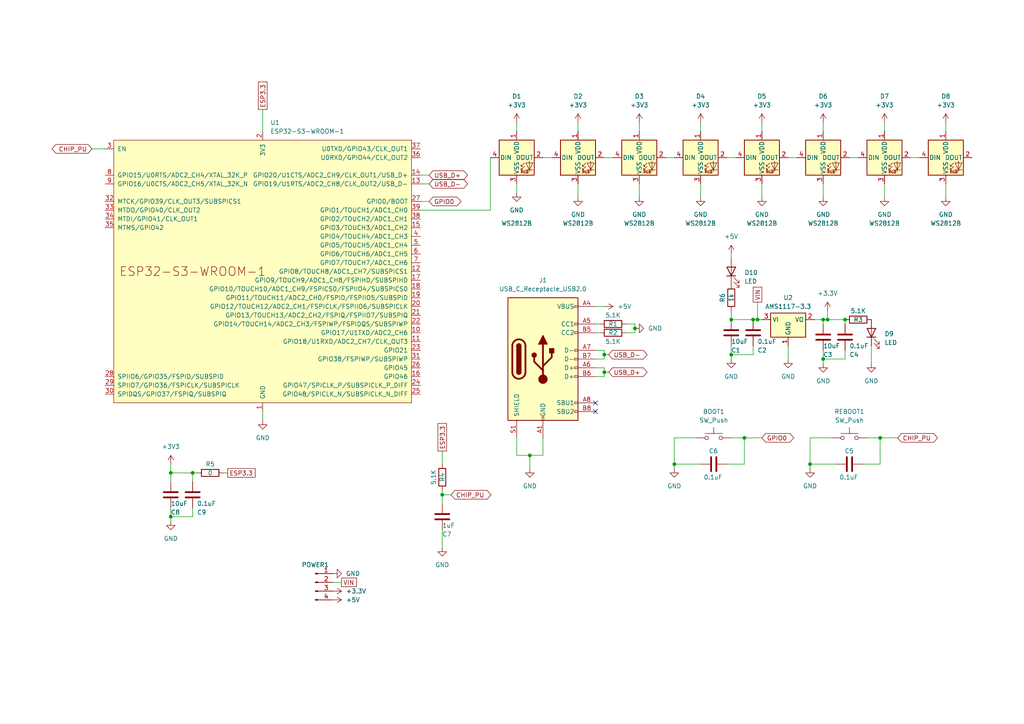
<source format=kicad_sch>
(kicad_sch (version 20230121) (generator eeschema)

  (uuid c5db02cc-2630-4189-88fb-6f8a4913e5bf)

  (paper "A4")

  (lib_symbols
    (symbol "Connector:Conn_01x04_Pin" (pin_names (offset 1.016) hide) (in_bom yes) (on_board yes)
      (property "Reference" "J" (at 0 5.08 0)
        (effects (font (size 1.27 1.27)))
      )
      (property "Value" "Conn_01x04_Pin" (at 0 -7.62 0)
        (effects (font (size 1.27 1.27)))
      )
      (property "Footprint" "" (at 0 0 0)
        (effects (font (size 1.27 1.27)) hide)
      )
      (property "Datasheet" "~" (at 0 0 0)
        (effects (font (size 1.27 1.27)) hide)
      )
      (property "ki_locked" "" (at 0 0 0)
        (effects (font (size 1.27 1.27)))
      )
      (property "ki_keywords" "connector" (at 0 0 0)
        (effects (font (size 1.27 1.27)) hide)
      )
      (property "ki_description" "Generic connector, single row, 01x04, script generated" (at 0 0 0)
        (effects (font (size 1.27 1.27)) hide)
      )
      (property "ki_fp_filters" "Connector*:*_1x??_*" (at 0 0 0)
        (effects (font (size 1.27 1.27)) hide)
      )
      (symbol "Conn_01x04_Pin_1_1"
        (polyline
          (pts
            (xy 1.27 -5.08)
            (xy 0.8636 -5.08)
          )
          (stroke (width 0.1524) (type default))
          (fill (type none))
        )
        (polyline
          (pts
            (xy 1.27 -2.54)
            (xy 0.8636 -2.54)
          )
          (stroke (width 0.1524) (type default))
          (fill (type none))
        )
        (polyline
          (pts
            (xy 1.27 0)
            (xy 0.8636 0)
          )
          (stroke (width 0.1524) (type default))
          (fill (type none))
        )
        (polyline
          (pts
            (xy 1.27 2.54)
            (xy 0.8636 2.54)
          )
          (stroke (width 0.1524) (type default))
          (fill (type none))
        )
        (rectangle (start 0.8636 -4.953) (end 0 -5.207)
          (stroke (width 0.1524) (type default))
          (fill (type outline))
        )
        (rectangle (start 0.8636 -2.413) (end 0 -2.667)
          (stroke (width 0.1524) (type default))
          (fill (type outline))
        )
        (rectangle (start 0.8636 0.127) (end 0 -0.127)
          (stroke (width 0.1524) (type default))
          (fill (type outline))
        )
        (rectangle (start 0.8636 2.667) (end 0 2.413)
          (stroke (width 0.1524) (type default))
          (fill (type outline))
        )
        (pin passive line (at 5.08 2.54 180) (length 3.81)
          (name "Pin_1" (effects (font (size 1.27 1.27))))
          (number "1" (effects (font (size 1.27 1.27))))
        )
        (pin passive line (at 5.08 0 180) (length 3.81)
          (name "Pin_2" (effects (font (size 1.27 1.27))))
          (number "2" (effects (font (size 1.27 1.27))))
        )
        (pin passive line (at 5.08 -2.54 180) (length 3.81)
          (name "Pin_3" (effects (font (size 1.27 1.27))))
          (number "3" (effects (font (size 1.27 1.27))))
        )
        (pin passive line (at 5.08 -5.08 180) (length 3.81)
          (name "Pin_4" (effects (font (size 1.27 1.27))))
          (number "4" (effects (font (size 1.27 1.27))))
        )
      )
    )
    (symbol "Connector:USB_C_Receptacle_USB2.0" (pin_names (offset 1.016)) (in_bom yes) (on_board yes)
      (property "Reference" "J" (at -10.16 19.05 0)
        (effects (font (size 1.27 1.27)) (justify left))
      )
      (property "Value" "USB_C_Receptacle_USB2.0" (at 19.05 19.05 0)
        (effects (font (size 1.27 1.27)) (justify right))
      )
      (property "Footprint" "" (at 3.81 0 0)
        (effects (font (size 1.27 1.27)) hide)
      )
      (property "Datasheet" "https://www.usb.org/sites/default/files/documents/usb_type-c.zip" (at 3.81 0 0)
        (effects (font (size 1.27 1.27)) hide)
      )
      (property "ki_keywords" "usb universal serial bus type-C USB2.0" (at 0 0 0)
        (effects (font (size 1.27 1.27)) hide)
      )
      (property "ki_description" "USB 2.0-only Type-C Receptacle connector" (at 0 0 0)
        (effects (font (size 1.27 1.27)) hide)
      )
      (property "ki_fp_filters" "USB*C*Receptacle*" (at 0 0 0)
        (effects (font (size 1.27 1.27)) hide)
      )
      (symbol "USB_C_Receptacle_USB2.0_0_0"
        (rectangle (start -0.254 -17.78) (end 0.254 -16.764)
          (stroke (width 0) (type default))
          (fill (type none))
        )
        (rectangle (start 10.16 -14.986) (end 9.144 -15.494)
          (stroke (width 0) (type default))
          (fill (type none))
        )
        (rectangle (start 10.16 -12.446) (end 9.144 -12.954)
          (stroke (width 0) (type default))
          (fill (type none))
        )
        (rectangle (start 10.16 -4.826) (end 9.144 -5.334)
          (stroke (width 0) (type default))
          (fill (type none))
        )
        (rectangle (start 10.16 -2.286) (end 9.144 -2.794)
          (stroke (width 0) (type default))
          (fill (type none))
        )
        (rectangle (start 10.16 0.254) (end 9.144 -0.254)
          (stroke (width 0) (type default))
          (fill (type none))
        )
        (rectangle (start 10.16 2.794) (end 9.144 2.286)
          (stroke (width 0) (type default))
          (fill (type none))
        )
        (rectangle (start 10.16 7.874) (end 9.144 7.366)
          (stroke (width 0) (type default))
          (fill (type none))
        )
        (rectangle (start 10.16 10.414) (end 9.144 9.906)
          (stroke (width 0) (type default))
          (fill (type none))
        )
        (rectangle (start 10.16 15.494) (end 9.144 14.986)
          (stroke (width 0) (type default))
          (fill (type none))
        )
      )
      (symbol "USB_C_Receptacle_USB2.0_0_1"
        (rectangle (start -10.16 17.78) (end 10.16 -17.78)
          (stroke (width 0.254) (type default))
          (fill (type background))
        )
        (arc (start -8.89 -3.81) (mid -6.985 -5.7067) (end -5.08 -3.81)
          (stroke (width 0.508) (type default))
          (fill (type none))
        )
        (arc (start -7.62 -3.81) (mid -6.985 -4.4423) (end -6.35 -3.81)
          (stroke (width 0.254) (type default))
          (fill (type none))
        )
        (arc (start -7.62 -3.81) (mid -6.985 -4.4423) (end -6.35 -3.81)
          (stroke (width 0.254) (type default))
          (fill (type outline))
        )
        (rectangle (start -7.62 -3.81) (end -6.35 3.81)
          (stroke (width 0.254) (type default))
          (fill (type outline))
        )
        (arc (start -6.35 3.81) (mid -6.985 4.4423) (end -7.62 3.81)
          (stroke (width 0.254) (type default))
          (fill (type none))
        )
        (arc (start -6.35 3.81) (mid -6.985 4.4423) (end -7.62 3.81)
          (stroke (width 0.254) (type default))
          (fill (type outline))
        )
        (arc (start -5.08 3.81) (mid -6.985 5.7067) (end -8.89 3.81)
          (stroke (width 0.508) (type default))
          (fill (type none))
        )
        (circle (center -2.54 1.143) (radius 0.635)
          (stroke (width 0.254) (type default))
          (fill (type outline))
        )
        (circle (center 0 -5.842) (radius 1.27)
          (stroke (width 0) (type default))
          (fill (type outline))
        )
        (polyline
          (pts
            (xy -8.89 -3.81)
            (xy -8.89 3.81)
          )
          (stroke (width 0.508) (type default))
          (fill (type none))
        )
        (polyline
          (pts
            (xy -5.08 3.81)
            (xy -5.08 -3.81)
          )
          (stroke (width 0.508) (type default))
          (fill (type none))
        )
        (polyline
          (pts
            (xy 0 -5.842)
            (xy 0 4.318)
          )
          (stroke (width 0.508) (type default))
          (fill (type none))
        )
        (polyline
          (pts
            (xy 0 -3.302)
            (xy -2.54 -0.762)
            (xy -2.54 0.508)
          )
          (stroke (width 0.508) (type default))
          (fill (type none))
        )
        (polyline
          (pts
            (xy 0 -2.032)
            (xy 2.54 0.508)
            (xy 2.54 1.778)
          )
          (stroke (width 0.508) (type default))
          (fill (type none))
        )
        (polyline
          (pts
            (xy -1.27 4.318)
            (xy 0 6.858)
            (xy 1.27 4.318)
            (xy -1.27 4.318)
          )
          (stroke (width 0.254) (type default))
          (fill (type outline))
        )
        (rectangle (start 1.905 1.778) (end 3.175 3.048)
          (stroke (width 0.254) (type default))
          (fill (type outline))
        )
      )
      (symbol "USB_C_Receptacle_USB2.0_1_1"
        (pin passive line (at 0 -22.86 90) (length 5.08)
          (name "GND" (effects (font (size 1.27 1.27))))
          (number "A1" (effects (font (size 1.27 1.27))))
        )
        (pin passive line (at 0 -22.86 90) (length 5.08) hide
          (name "GND" (effects (font (size 1.27 1.27))))
          (number "A12" (effects (font (size 1.27 1.27))))
        )
        (pin passive line (at 15.24 15.24 180) (length 5.08)
          (name "VBUS" (effects (font (size 1.27 1.27))))
          (number "A4" (effects (font (size 1.27 1.27))))
        )
        (pin bidirectional line (at 15.24 10.16 180) (length 5.08)
          (name "CC1" (effects (font (size 1.27 1.27))))
          (number "A5" (effects (font (size 1.27 1.27))))
        )
        (pin bidirectional line (at 15.24 -2.54 180) (length 5.08)
          (name "D+" (effects (font (size 1.27 1.27))))
          (number "A6" (effects (font (size 1.27 1.27))))
        )
        (pin bidirectional line (at 15.24 2.54 180) (length 5.08)
          (name "D-" (effects (font (size 1.27 1.27))))
          (number "A7" (effects (font (size 1.27 1.27))))
        )
        (pin bidirectional line (at 15.24 -12.7 180) (length 5.08)
          (name "SBU1" (effects (font (size 1.27 1.27))))
          (number "A8" (effects (font (size 1.27 1.27))))
        )
        (pin passive line (at 15.24 15.24 180) (length 5.08) hide
          (name "VBUS" (effects (font (size 1.27 1.27))))
          (number "A9" (effects (font (size 1.27 1.27))))
        )
        (pin passive line (at 0 -22.86 90) (length 5.08) hide
          (name "GND" (effects (font (size 1.27 1.27))))
          (number "B1" (effects (font (size 1.27 1.27))))
        )
        (pin passive line (at 0 -22.86 90) (length 5.08) hide
          (name "GND" (effects (font (size 1.27 1.27))))
          (number "B12" (effects (font (size 1.27 1.27))))
        )
        (pin passive line (at 15.24 15.24 180) (length 5.08) hide
          (name "VBUS" (effects (font (size 1.27 1.27))))
          (number "B4" (effects (font (size 1.27 1.27))))
        )
        (pin bidirectional line (at 15.24 7.62 180) (length 5.08)
          (name "CC2" (effects (font (size 1.27 1.27))))
          (number "B5" (effects (font (size 1.27 1.27))))
        )
        (pin bidirectional line (at 15.24 -5.08 180) (length 5.08)
          (name "D+" (effects (font (size 1.27 1.27))))
          (number "B6" (effects (font (size 1.27 1.27))))
        )
        (pin bidirectional line (at 15.24 0 180) (length 5.08)
          (name "D-" (effects (font (size 1.27 1.27))))
          (number "B7" (effects (font (size 1.27 1.27))))
        )
        (pin bidirectional line (at 15.24 -15.24 180) (length 5.08)
          (name "SBU2" (effects (font (size 1.27 1.27))))
          (number "B8" (effects (font (size 1.27 1.27))))
        )
        (pin passive line (at 15.24 15.24 180) (length 5.08) hide
          (name "VBUS" (effects (font (size 1.27 1.27))))
          (number "B9" (effects (font (size 1.27 1.27))))
        )
        (pin passive line (at -7.62 -22.86 90) (length 5.08)
          (name "SHIELD" (effects (font (size 1.27 1.27))))
          (number "S1" (effects (font (size 1.27 1.27))))
        )
      )
    )
    (symbol "Device:C" (pin_numbers hide) (pin_names (offset 0.254)) (in_bom yes) (on_board yes)
      (property "Reference" "C" (at 0.635 2.54 0)
        (effects (font (size 1.27 1.27)) (justify left))
      )
      (property "Value" "C" (at 0.635 -2.54 0)
        (effects (font (size 1.27 1.27)) (justify left))
      )
      (property "Footprint" "" (at 0.9652 -3.81 0)
        (effects (font (size 1.27 1.27)) hide)
      )
      (property "Datasheet" "~" (at 0 0 0)
        (effects (font (size 1.27 1.27)) hide)
      )
      (property "ki_keywords" "cap capacitor" (at 0 0 0)
        (effects (font (size 1.27 1.27)) hide)
      )
      (property "ki_description" "Unpolarized capacitor" (at 0 0 0)
        (effects (font (size 1.27 1.27)) hide)
      )
      (property "ki_fp_filters" "C_*" (at 0 0 0)
        (effects (font (size 1.27 1.27)) hide)
      )
      (symbol "C_0_1"
        (polyline
          (pts
            (xy -2.032 -0.762)
            (xy 2.032 -0.762)
          )
          (stroke (width 0.508) (type default))
          (fill (type none))
        )
        (polyline
          (pts
            (xy -2.032 0.762)
            (xy 2.032 0.762)
          )
          (stroke (width 0.508) (type default))
          (fill (type none))
        )
      )
      (symbol "C_1_1"
        (pin passive line (at 0 3.81 270) (length 2.794)
          (name "~" (effects (font (size 1.27 1.27))))
          (number "1" (effects (font (size 1.27 1.27))))
        )
        (pin passive line (at 0 -3.81 90) (length 2.794)
          (name "~" (effects (font (size 1.27 1.27))))
          (number "2" (effects (font (size 1.27 1.27))))
        )
      )
    )
    (symbol "Device:LED" (pin_numbers hide) (pin_names (offset 1.016) hide) (in_bom yes) (on_board yes)
      (property "Reference" "D" (at 0 2.54 0)
        (effects (font (size 1.27 1.27)))
      )
      (property "Value" "LED" (at 0 -2.54 0)
        (effects (font (size 1.27 1.27)))
      )
      (property "Footprint" "" (at 0 0 0)
        (effects (font (size 1.27 1.27)) hide)
      )
      (property "Datasheet" "~" (at 0 0 0)
        (effects (font (size 1.27 1.27)) hide)
      )
      (property "ki_keywords" "LED diode" (at 0 0 0)
        (effects (font (size 1.27 1.27)) hide)
      )
      (property "ki_description" "Light emitting diode" (at 0 0 0)
        (effects (font (size 1.27 1.27)) hide)
      )
      (property "ki_fp_filters" "LED* LED_SMD:* LED_THT:*" (at 0 0 0)
        (effects (font (size 1.27 1.27)) hide)
      )
      (symbol "LED_0_1"
        (polyline
          (pts
            (xy -1.27 -1.27)
            (xy -1.27 1.27)
          )
          (stroke (width 0.254) (type default))
          (fill (type none))
        )
        (polyline
          (pts
            (xy -1.27 0)
            (xy 1.27 0)
          )
          (stroke (width 0) (type default))
          (fill (type none))
        )
        (polyline
          (pts
            (xy 1.27 -1.27)
            (xy 1.27 1.27)
            (xy -1.27 0)
            (xy 1.27 -1.27)
          )
          (stroke (width 0.254) (type default))
          (fill (type none))
        )
        (polyline
          (pts
            (xy -3.048 -0.762)
            (xy -4.572 -2.286)
            (xy -3.81 -2.286)
            (xy -4.572 -2.286)
            (xy -4.572 -1.524)
          )
          (stroke (width 0) (type default))
          (fill (type none))
        )
        (polyline
          (pts
            (xy -1.778 -0.762)
            (xy -3.302 -2.286)
            (xy -2.54 -2.286)
            (xy -3.302 -2.286)
            (xy -3.302 -1.524)
          )
          (stroke (width 0) (type default))
          (fill (type none))
        )
      )
      (symbol "LED_1_1"
        (pin passive line (at -3.81 0 0) (length 2.54)
          (name "K" (effects (font (size 1.27 1.27))))
          (number "1" (effects (font (size 1.27 1.27))))
        )
        (pin passive line (at 3.81 0 180) (length 2.54)
          (name "A" (effects (font (size 1.27 1.27))))
          (number "2" (effects (font (size 1.27 1.27))))
        )
      )
    )
    (symbol "Device:R" (pin_numbers hide) (pin_names (offset 0)) (in_bom yes) (on_board yes)
      (property "Reference" "R" (at 2.032 0 90)
        (effects (font (size 1.27 1.27)))
      )
      (property "Value" "R" (at 0 0 90)
        (effects (font (size 1.27 1.27)))
      )
      (property "Footprint" "" (at -1.778 0 90)
        (effects (font (size 1.27 1.27)) hide)
      )
      (property "Datasheet" "~" (at 0 0 0)
        (effects (font (size 1.27 1.27)) hide)
      )
      (property "ki_keywords" "R res resistor" (at 0 0 0)
        (effects (font (size 1.27 1.27)) hide)
      )
      (property "ki_description" "Resistor" (at 0 0 0)
        (effects (font (size 1.27 1.27)) hide)
      )
      (property "ki_fp_filters" "R_*" (at 0 0 0)
        (effects (font (size 1.27 1.27)) hide)
      )
      (symbol "R_0_1"
        (rectangle (start -1.016 -2.54) (end 1.016 2.54)
          (stroke (width 0.254) (type default))
          (fill (type none))
        )
      )
      (symbol "R_1_1"
        (pin passive line (at 0 3.81 270) (length 1.27)
          (name "~" (effects (font (size 1.27 1.27))))
          (number "1" (effects (font (size 1.27 1.27))))
        )
        (pin passive line (at 0 -3.81 90) (length 1.27)
          (name "~" (effects (font (size 1.27 1.27))))
          (number "2" (effects (font (size 1.27 1.27))))
        )
      )
    )
    (symbol "LED:WS2812B" (pin_names (offset 0.254)) (in_bom yes) (on_board yes)
      (property "Reference" "D" (at 5.08 5.715 0)
        (effects (font (size 1.27 1.27)) (justify right bottom))
      )
      (property "Value" "WS2812B" (at 1.27 -5.715 0)
        (effects (font (size 1.27 1.27)) (justify left top))
      )
      (property "Footprint" "LED_SMD:LED_WS2812B_PLCC4_5.0x5.0mm_P3.2mm" (at 1.27 -7.62 0)
        (effects (font (size 1.27 1.27)) (justify left top) hide)
      )
      (property "Datasheet" "https://cdn-shop.adafruit.com/datasheets/WS2812B.pdf" (at 2.54 -9.525 0)
        (effects (font (size 1.27 1.27)) (justify left top) hide)
      )
      (property "ki_keywords" "RGB LED NeoPixel addressable" (at 0 0 0)
        (effects (font (size 1.27 1.27)) hide)
      )
      (property "ki_description" "RGB LED with integrated controller" (at 0 0 0)
        (effects (font (size 1.27 1.27)) hide)
      )
      (property "ki_fp_filters" "LED*WS2812*PLCC*5.0x5.0mm*P3.2mm*" (at 0 0 0)
        (effects (font (size 1.27 1.27)) hide)
      )
      (symbol "WS2812B_0_0"
        (text "RGB" (at 2.286 -4.191 0)
          (effects (font (size 0.762 0.762)))
        )
      )
      (symbol "WS2812B_0_1"
        (polyline
          (pts
            (xy 1.27 -3.556)
            (xy 1.778 -3.556)
          )
          (stroke (width 0) (type default))
          (fill (type none))
        )
        (polyline
          (pts
            (xy 1.27 -2.54)
            (xy 1.778 -2.54)
          )
          (stroke (width 0) (type default))
          (fill (type none))
        )
        (polyline
          (pts
            (xy 4.699 -3.556)
            (xy 2.667 -3.556)
          )
          (stroke (width 0) (type default))
          (fill (type none))
        )
        (polyline
          (pts
            (xy 2.286 -2.54)
            (xy 1.27 -3.556)
            (xy 1.27 -3.048)
          )
          (stroke (width 0) (type default))
          (fill (type none))
        )
        (polyline
          (pts
            (xy 2.286 -1.524)
            (xy 1.27 -2.54)
            (xy 1.27 -2.032)
          )
          (stroke (width 0) (type default))
          (fill (type none))
        )
        (polyline
          (pts
            (xy 3.683 -1.016)
            (xy 3.683 -3.556)
            (xy 3.683 -4.064)
          )
          (stroke (width 0) (type default))
          (fill (type none))
        )
        (polyline
          (pts
            (xy 4.699 -1.524)
            (xy 2.667 -1.524)
            (xy 3.683 -3.556)
            (xy 4.699 -1.524)
          )
          (stroke (width 0) (type default))
          (fill (type none))
        )
        (rectangle (start 5.08 5.08) (end -5.08 -5.08)
          (stroke (width 0.254) (type default))
          (fill (type background))
        )
      )
      (symbol "WS2812B_1_1"
        (pin power_in line (at 0 7.62 270) (length 2.54)
          (name "VDD" (effects (font (size 1.27 1.27))))
          (number "1" (effects (font (size 1.27 1.27))))
        )
        (pin output line (at 7.62 0 180) (length 2.54)
          (name "DOUT" (effects (font (size 1.27 1.27))))
          (number "2" (effects (font (size 1.27 1.27))))
        )
        (pin power_in line (at 0 -7.62 90) (length 2.54)
          (name "VSS" (effects (font (size 1.27 1.27))))
          (number "3" (effects (font (size 1.27 1.27))))
        )
        (pin input line (at -7.62 0 0) (length 2.54)
          (name "DIN" (effects (font (size 1.27 1.27))))
          (number "4" (effects (font (size 1.27 1.27))))
        )
      )
    )
    (symbol "PCM_Espressif:ESP32-S3-WROOM-1" (pin_names (offset 1.016)) (in_bom yes) (on_board yes)
      (property "Reference" "U" (at -43.18 43.18 0)
        (effects (font (size 1.27 1.27)) (justify left))
      )
      (property "Value" "ESP32-S3-WROOM-1" (at -43.18 40.64 0)
        (effects (font (size 1.27 1.27)) (justify left))
      )
      (property "Footprint" "PCM_Espressif:ESP32-S3-WROOM-1" (at 2.54 -48.26 0)
        (effects (font (size 1.27 1.27)) hide)
      )
      (property "Datasheet" "https://www.espressif.com/sites/default/files/documentation/esp32-s3-wroom-1_wroom-1u_datasheet_en.pdf" (at 2.54 -50.8 0)
        (effects (font (size 1.27 1.27)) hide)
      )
      (property "ki_description" "2.4 GHz WiFi (802.11 b/g/n) and Bluetooth ® 5 (LE) module Built around ESP32S3 series of SoCs, Xtensa ® dualcore 32bit LX7 microprocessor Flash up to 16 MB, PSRAM up to 8 MB 36 GPIOs, rich set of peripherals Onboard PCB antenna" (at 0 0 0)
        (effects (font (size 1.27 1.27)) hide)
      )
      (symbol "ESP32-S3-WROOM-1_0_0"
        (text "ESP32-S3-WROOM-1" (at -20.32 0 0)
          (effects (font (size 2.54 2.54)))
        )
        (pin power_in line (at 0 -40.64 90) (length 2.54)
          (name "GND" (effects (font (size 1.27 1.27))))
          (number "1" (effects (font (size 1.27 1.27))))
        )
        (pin bidirectional line (at 45.72 -17.78 180) (length 2.54)
          (name "GPIO17/U1TXD/ADC2_CH6" (effects (font (size 1.27 1.27))))
          (number "10" (effects (font (size 1.27 1.27))))
        )
        (pin bidirectional line (at 45.72 -20.32 180) (length 2.54)
          (name "GPIO18/U1RXD/ADC2_CH7/CLK_OUT3" (effects (font (size 1.27 1.27))))
          (number "11" (effects (font (size 1.27 1.27))))
        )
        (pin bidirectional line (at 45.72 0 180) (length 2.54)
          (name "GPIO8/TOUCH8/ADC1_CH7/SUBSPICS1" (effects (font (size 1.27 1.27))))
          (number "12" (effects (font (size 1.27 1.27))))
        )
        (pin bidirectional line (at 45.72 25.4 180) (length 2.54)
          (name "GPIO19/U1RTS/ADC2_CH8/CLK_OUT2/USB_D-" (effects (font (size 1.27 1.27))))
          (number "13" (effects (font (size 1.27 1.27))))
        )
        (pin bidirectional line (at 45.72 27.94 180) (length 2.54)
          (name "GPIO20/U1CTS/ADC2_CH9/CLK_OUT1/USB_D+" (effects (font (size 1.27 1.27))))
          (number "14" (effects (font (size 1.27 1.27))))
        )
        (pin bidirectional line (at 45.72 12.7 180) (length 2.54)
          (name "GPIO3/TOUCH3/ADC1_CH2" (effects (font (size 1.27 1.27))))
          (number "15" (effects (font (size 1.27 1.27))))
        )
        (pin bidirectional line (at 45.72 -30.48 180) (length 2.54)
          (name "GPIO46" (effects (font (size 1.27 1.27))))
          (number "16" (effects (font (size 1.27 1.27))))
        )
        (pin bidirectional line (at 45.72 -2.54 180) (length 2.54)
          (name "GPIO9/TOUCH9/ADC1_CH8/FSPIHD/SUBSPIHD" (effects (font (size 1.27 1.27))))
          (number "17" (effects (font (size 1.27 1.27))))
        )
        (pin bidirectional line (at 45.72 -5.08 180) (length 2.54)
          (name "GPIO10/TOUCH10/ADC1_CH9/FSPICS0/FSPIIO4/SUBSPICS0" (effects (font (size 1.27 1.27))))
          (number "18" (effects (font (size 1.27 1.27))))
        )
        (pin bidirectional line (at 45.72 -7.62 180) (length 2.54)
          (name "GPIO11/TOUCH11/ADC2_CH0/FSPID/FSPIIO5/SUBSPID" (effects (font (size 1.27 1.27))))
          (number "19" (effects (font (size 1.27 1.27))))
        )
        (pin power_in line (at 0 40.64 270) (length 2.54)
          (name "3V3" (effects (font (size 1.27 1.27))))
          (number "2" (effects (font (size 1.27 1.27))))
        )
        (pin bidirectional line (at 45.72 -10.16 180) (length 2.54)
          (name "GPIO12/TOUCH12/ADC2_CH1/FSPICLK/FSPIIO6/SUBSPICLK" (effects (font (size 1.27 1.27))))
          (number "20" (effects (font (size 1.27 1.27))))
        )
        (pin bidirectional line (at 45.72 -12.7 180) (length 2.54)
          (name "GPIO13/TOUCH13/ADC2_CH2/FSPIQ/FSPIIO7/SUBSPIQ" (effects (font (size 1.27 1.27))))
          (number "21" (effects (font (size 1.27 1.27))))
        )
        (pin bidirectional line (at 45.72 -15.24 180) (length 2.54)
          (name "GPIO14/TOUCH14/ADC2_CH3/FSPIWP/FSPIDQS/SUBSPIWP" (effects (font (size 1.27 1.27))))
          (number "22" (effects (font (size 1.27 1.27))))
        )
        (pin bidirectional line (at 45.72 -22.86 180) (length 2.54)
          (name "GPIO21" (effects (font (size 1.27 1.27))))
          (number "23" (effects (font (size 1.27 1.27))))
        )
        (pin bidirectional line (at 45.72 -33.02 180) (length 2.54)
          (name "GPIO47/SPICLK_P/SUBSPICLK_P_DIFF" (effects (font (size 1.27 1.27))))
          (number "24" (effects (font (size 1.27 1.27))))
        )
        (pin bidirectional line (at 45.72 -35.56 180) (length 2.54)
          (name "GPIO48/SPICLK_N/SUBSPICLK_N_DIFF" (effects (font (size 1.27 1.27))))
          (number "25" (effects (font (size 1.27 1.27))))
        )
        (pin bidirectional line (at 45.72 -27.94 180) (length 2.54)
          (name "GPIO45" (effects (font (size 1.27 1.27))))
          (number "26" (effects (font (size 1.27 1.27))))
        )
        (pin bidirectional line (at 45.72 20.32 180) (length 2.54)
          (name "GPIO0/BOOT" (effects (font (size 1.27 1.27))))
          (number "27" (effects (font (size 1.27 1.27))))
        )
        (pin bidirectional line (at -45.72 -30.48 0) (length 2.54)
          (name "SPIIO6/GPIO35/FSPID/SUBSPID" (effects (font (size 1.27 1.27))))
          (number "28" (effects (font (size 1.27 1.27))))
        )
        (pin bidirectional line (at -45.72 -33.02 0) (length 2.54)
          (name "SPIIO7/GPIO36/FSPICLK/SUBSPICLK" (effects (font (size 1.27 1.27))))
          (number "29" (effects (font (size 1.27 1.27))))
        )
        (pin input line (at -45.72 35.56 0) (length 2.54)
          (name "EN" (effects (font (size 1.27 1.27))))
          (number "3" (effects (font (size 1.27 1.27))))
        )
        (pin bidirectional line (at -45.72 -35.56 0) (length 2.54)
          (name "SPIDQS/GPIO37/FSPIQ/SUBSPIQ" (effects (font (size 1.27 1.27))))
          (number "30" (effects (font (size 1.27 1.27))))
        )
        (pin bidirectional line (at 45.72 -25.4 180) (length 2.54)
          (name "GPIO38/FSPIWP/SUBSPIWP" (effects (font (size 1.27 1.27))))
          (number "31" (effects (font (size 1.27 1.27))))
        )
        (pin bidirectional line (at -45.72 20.32 0) (length 2.54)
          (name "MTCK/GPIO39/CLK_OUT3/SUBSPICS1" (effects (font (size 1.27 1.27))))
          (number "32" (effects (font (size 1.27 1.27))))
        )
        (pin bidirectional line (at -45.72 17.78 0) (length 2.54)
          (name "MTDO/GPIO40/CLK_OUT2" (effects (font (size 1.27 1.27))))
          (number "33" (effects (font (size 1.27 1.27))))
        )
        (pin bidirectional line (at -45.72 15.24 0) (length 2.54)
          (name "MTDI/GPIO41/CLK_OUT1" (effects (font (size 1.27 1.27))))
          (number "34" (effects (font (size 1.27 1.27))))
        )
        (pin bidirectional line (at -45.72 12.7 0) (length 2.54)
          (name "MTMS/GPIO42" (effects (font (size 1.27 1.27))))
          (number "35" (effects (font (size 1.27 1.27))))
        )
        (pin bidirectional line (at 45.72 33.02 180) (length 2.54)
          (name "U0RXD/GPIO44/CLK_OUT2" (effects (font (size 1.27 1.27))))
          (number "36" (effects (font (size 1.27 1.27))))
        )
        (pin bidirectional line (at 45.72 35.56 180) (length 2.54)
          (name "U0TXD/GPIO43/CLK_OUT1" (effects (font (size 1.27 1.27))))
          (number "37" (effects (font (size 1.27 1.27))))
        )
        (pin bidirectional line (at 45.72 15.24 180) (length 2.54)
          (name "GPIO2/TOUCH2/ADC1_CH1" (effects (font (size 1.27 1.27))))
          (number "38" (effects (font (size 1.27 1.27))))
        )
        (pin bidirectional line (at 45.72 17.78 180) (length 2.54)
          (name "GPIO1/TOUCH1/ADC1_CH0" (effects (font (size 1.27 1.27))))
          (number "39" (effects (font (size 1.27 1.27))))
        )
        (pin bidirectional line (at 45.72 10.16 180) (length 2.54)
          (name "GPIO4/TOUCH4/ADC1_CH3" (effects (font (size 1.27 1.27))))
          (number "4" (effects (font (size 1.27 1.27))))
        )
        (pin passive line (at 0 -40.64 90) (length 2.54) hide
          (name "GND" (effects (font (size 1.27 1.27))))
          (number "40" (effects (font (size 1.27 1.27))))
        )
        (pin passive line (at 0 -40.64 90) (length 2.54) hide
          (name "GND" (effects (font (size 1.27 1.27))))
          (number "41" (effects (font (size 1.27 1.27))))
        )
        (pin bidirectional line (at 45.72 7.62 180) (length 2.54)
          (name "GPIO5/TOUCH5/ADC1_CH4" (effects (font (size 1.27 1.27))))
          (number "5" (effects (font (size 1.27 1.27))))
        )
        (pin bidirectional line (at 45.72 5.08 180) (length 2.54)
          (name "GPIO6/TOUCH6/ADC1_CH5" (effects (font (size 1.27 1.27))))
          (number "6" (effects (font (size 1.27 1.27))))
        )
        (pin bidirectional line (at 45.72 2.54 180) (length 2.54)
          (name "GPIO7/TOUCH7/ADC1_CH6" (effects (font (size 1.27 1.27))))
          (number "7" (effects (font (size 1.27 1.27))))
        )
        (pin bidirectional line (at -45.72 27.94 0) (length 2.54)
          (name "GPIO15/U0RTS/ADC2_CH4/XTAL_32K_P" (effects (font (size 1.27 1.27))))
          (number "8" (effects (font (size 1.27 1.27))))
        )
        (pin bidirectional line (at -45.72 25.4 0) (length 2.54)
          (name "GPIO16/U0CTS/ADC2_CH5/XTAL_32K_N" (effects (font (size 1.27 1.27))))
          (number "9" (effects (font (size 1.27 1.27))))
        )
      )
      (symbol "ESP32-S3-WROOM-1_0_1"
        (rectangle (start -43.18 38.1) (end 43.18 -38.1)
          (stroke (width 0) (type default))
          (fill (type background))
        )
      )
    )
    (symbol "Regulator_Linear:AMS1117-3.3" (in_bom yes) (on_board yes)
      (property "Reference" "U" (at -3.81 3.175 0)
        (effects (font (size 1.27 1.27)))
      )
      (property "Value" "AMS1117-3.3" (at 0 3.175 0)
        (effects (font (size 1.27 1.27)) (justify left))
      )
      (property "Footprint" "Package_TO_SOT_SMD:SOT-223-3_TabPin2" (at 0 5.08 0)
        (effects (font (size 1.27 1.27)) hide)
      )
      (property "Datasheet" "http://www.advanced-monolithic.com/pdf/ds1117.pdf" (at 2.54 -6.35 0)
        (effects (font (size 1.27 1.27)) hide)
      )
      (property "ki_keywords" "linear regulator ldo fixed positive" (at 0 0 0)
        (effects (font (size 1.27 1.27)) hide)
      )
      (property "ki_description" "1A Low Dropout regulator, positive, 3.3V fixed output, SOT-223" (at 0 0 0)
        (effects (font (size 1.27 1.27)) hide)
      )
      (property "ki_fp_filters" "SOT?223*TabPin2*" (at 0 0 0)
        (effects (font (size 1.27 1.27)) hide)
      )
      (symbol "AMS1117-3.3_0_1"
        (rectangle (start -5.08 -5.08) (end 5.08 1.905)
          (stroke (width 0.254) (type default))
          (fill (type background))
        )
      )
      (symbol "AMS1117-3.3_1_1"
        (pin power_in line (at 0 -7.62 90) (length 2.54)
          (name "GND" (effects (font (size 1.27 1.27))))
          (number "1" (effects (font (size 1.27 1.27))))
        )
        (pin power_out line (at 7.62 0 180) (length 2.54)
          (name "VO" (effects (font (size 1.27 1.27))))
          (number "2" (effects (font (size 1.27 1.27))))
        )
        (pin power_in line (at -7.62 0 0) (length 2.54)
          (name "VI" (effects (font (size 1.27 1.27))))
          (number "3" (effects (font (size 1.27 1.27))))
        )
      )
    )
    (symbol "Switch:SW_Push" (pin_numbers hide) (pin_names (offset 1.016) hide) (in_bom yes) (on_board yes)
      (property "Reference" "SW" (at 1.27 2.54 0)
        (effects (font (size 1.27 1.27)) (justify left))
      )
      (property "Value" "SW_Push" (at 0 -1.524 0)
        (effects (font (size 1.27 1.27)))
      )
      (property "Footprint" "" (at 0 5.08 0)
        (effects (font (size 1.27 1.27)) hide)
      )
      (property "Datasheet" "~" (at 0 5.08 0)
        (effects (font (size 1.27 1.27)) hide)
      )
      (property "ki_keywords" "switch normally-open pushbutton push-button" (at 0 0 0)
        (effects (font (size 1.27 1.27)) hide)
      )
      (property "ki_description" "Push button switch, generic, two pins" (at 0 0 0)
        (effects (font (size 1.27 1.27)) hide)
      )
      (symbol "SW_Push_0_1"
        (circle (center -2.032 0) (radius 0.508)
          (stroke (width 0) (type default))
          (fill (type none))
        )
        (polyline
          (pts
            (xy 0 1.27)
            (xy 0 3.048)
          )
          (stroke (width 0) (type default))
          (fill (type none))
        )
        (polyline
          (pts
            (xy 2.54 1.27)
            (xy -2.54 1.27)
          )
          (stroke (width 0) (type default))
          (fill (type none))
        )
        (circle (center 2.032 0) (radius 0.508)
          (stroke (width 0) (type default))
          (fill (type none))
        )
        (pin passive line (at -5.08 0 0) (length 2.54)
          (name "1" (effects (font (size 1.27 1.27))))
          (number "1" (effects (font (size 1.27 1.27))))
        )
        (pin passive line (at 5.08 0 180) (length 2.54)
          (name "2" (effects (font (size 1.27 1.27))))
          (number "2" (effects (font (size 1.27 1.27))))
        )
      )
    )
    (symbol "power:+3.3V" (power) (pin_names (offset 0)) (in_bom yes) (on_board yes)
      (property "Reference" "#PWR" (at 0 -3.81 0)
        (effects (font (size 1.27 1.27)) hide)
      )
      (property "Value" "+3.3V" (at 0 3.556 0)
        (effects (font (size 1.27 1.27)))
      )
      (property "Footprint" "" (at 0 0 0)
        (effects (font (size 1.27 1.27)) hide)
      )
      (property "Datasheet" "" (at 0 0 0)
        (effects (font (size 1.27 1.27)) hide)
      )
      (property "ki_keywords" "global power" (at 0 0 0)
        (effects (font (size 1.27 1.27)) hide)
      )
      (property "ki_description" "Power symbol creates a global label with name \"+3.3V\"" (at 0 0 0)
        (effects (font (size 1.27 1.27)) hide)
      )
      (symbol "+3.3V_0_1"
        (polyline
          (pts
            (xy -0.762 1.27)
            (xy 0 2.54)
          )
          (stroke (width 0) (type default))
          (fill (type none))
        )
        (polyline
          (pts
            (xy 0 0)
            (xy 0 2.54)
          )
          (stroke (width 0) (type default))
          (fill (type none))
        )
        (polyline
          (pts
            (xy 0 2.54)
            (xy 0.762 1.27)
          )
          (stroke (width 0) (type default))
          (fill (type none))
        )
      )
      (symbol "+3.3V_1_1"
        (pin power_in line (at 0 0 90) (length 0) hide
          (name "+3.3V" (effects (font (size 1.27 1.27))))
          (number "1" (effects (font (size 1.27 1.27))))
        )
      )
    )
    (symbol "power:+3V3" (power) (pin_names (offset 0)) (in_bom yes) (on_board yes)
      (property "Reference" "#PWR" (at 0 -3.81 0)
        (effects (font (size 1.27 1.27)) hide)
      )
      (property "Value" "+3V3" (at 0 3.556 0)
        (effects (font (size 1.27 1.27)))
      )
      (property "Footprint" "" (at 0 0 0)
        (effects (font (size 1.27 1.27)) hide)
      )
      (property "Datasheet" "" (at 0 0 0)
        (effects (font (size 1.27 1.27)) hide)
      )
      (property "ki_keywords" "global power" (at 0 0 0)
        (effects (font (size 1.27 1.27)) hide)
      )
      (property "ki_description" "Power symbol creates a global label with name \"+3V3\"" (at 0 0 0)
        (effects (font (size 1.27 1.27)) hide)
      )
      (symbol "+3V3_0_1"
        (polyline
          (pts
            (xy -0.762 1.27)
            (xy 0 2.54)
          )
          (stroke (width 0) (type default))
          (fill (type none))
        )
        (polyline
          (pts
            (xy 0 0)
            (xy 0 2.54)
          )
          (stroke (width 0) (type default))
          (fill (type none))
        )
        (polyline
          (pts
            (xy 0 2.54)
            (xy 0.762 1.27)
          )
          (stroke (width 0) (type default))
          (fill (type none))
        )
      )
      (symbol "+3V3_1_1"
        (pin power_in line (at 0 0 90) (length 0) hide
          (name "+3V3" (effects (font (size 1.27 1.27))))
          (number "1" (effects (font (size 1.27 1.27))))
        )
      )
    )
    (symbol "power:+5V" (power) (pin_names (offset 0)) (in_bom yes) (on_board yes)
      (property "Reference" "#PWR" (at 0 -3.81 0)
        (effects (font (size 1.27 1.27)) hide)
      )
      (property "Value" "+5V" (at 0 3.556 0)
        (effects (font (size 1.27 1.27)))
      )
      (property "Footprint" "" (at 0 0 0)
        (effects (font (size 1.27 1.27)) hide)
      )
      (property "Datasheet" "" (at 0 0 0)
        (effects (font (size 1.27 1.27)) hide)
      )
      (property "ki_keywords" "global power" (at 0 0 0)
        (effects (font (size 1.27 1.27)) hide)
      )
      (property "ki_description" "Power symbol creates a global label with name \"+5V\"" (at 0 0 0)
        (effects (font (size 1.27 1.27)) hide)
      )
      (symbol "+5V_0_1"
        (polyline
          (pts
            (xy -0.762 1.27)
            (xy 0 2.54)
          )
          (stroke (width 0) (type default))
          (fill (type none))
        )
        (polyline
          (pts
            (xy 0 0)
            (xy 0 2.54)
          )
          (stroke (width 0) (type default))
          (fill (type none))
        )
        (polyline
          (pts
            (xy 0 2.54)
            (xy 0.762 1.27)
          )
          (stroke (width 0) (type default))
          (fill (type none))
        )
      )
      (symbol "+5V_1_1"
        (pin power_in line (at 0 0 90) (length 0) hide
          (name "+5V" (effects (font (size 1.27 1.27))))
          (number "1" (effects (font (size 1.27 1.27))))
        )
      )
    )
    (symbol "power:GND" (power) (pin_names (offset 0)) (in_bom yes) (on_board yes)
      (property "Reference" "#PWR" (at 0 -6.35 0)
        (effects (font (size 1.27 1.27)) hide)
      )
      (property "Value" "GND" (at 0 -3.81 0)
        (effects (font (size 1.27 1.27)))
      )
      (property "Footprint" "" (at 0 0 0)
        (effects (font (size 1.27 1.27)) hide)
      )
      (property "Datasheet" "" (at 0 0 0)
        (effects (font (size 1.27 1.27)) hide)
      )
      (property "ki_keywords" "global power" (at 0 0 0)
        (effects (font (size 1.27 1.27)) hide)
      )
      (property "ki_description" "Power symbol creates a global label with name \"GND\" , ground" (at 0 0 0)
        (effects (font (size 1.27 1.27)) hide)
      )
      (symbol "GND_0_1"
        (polyline
          (pts
            (xy 0 0)
            (xy 0 -1.27)
            (xy 1.27 -1.27)
            (xy 0 -2.54)
            (xy -1.27 -1.27)
            (xy 0 -1.27)
          )
          (stroke (width 0) (type default))
          (fill (type none))
        )
      )
      (symbol "GND_1_1"
        (pin power_in line (at 0 0 270) (length 0) hide
          (name "GND" (effects (font (size 1.27 1.27))))
          (number "1" (effects (font (size 1.27 1.27))))
        )
      )
    )
  )

  (junction (at 49.53 137.16) (diameter 0) (color 0 0 0 0)
    (uuid 0fff634a-63a2-4c55-96dc-d6b3519c34df)
  )
  (junction (at 184.15 95.25) (diameter 0) (color 0 0 0 0)
    (uuid 17d57f72-5d26-4bb5-86ca-23fc03f79acd)
  )
  (junction (at 49.53 149.86) (diameter 0) (color 0 0 0 0)
    (uuid 186aea06-9ca5-43a4-afef-03443cd20a85)
  )
  (junction (at 175.26 102.87) (diameter 0) (color 0 0 0 0)
    (uuid 35c717a5-3901-4ccb-90f5-aa35d54aaca7)
  )
  (junction (at 238.76 92.71) (diameter 0) (color 0 0 0 0)
    (uuid 404a66c5-3106-4acc-8366-83308ad6c4fd)
  )
  (junction (at 212.09 102.87) (diameter 0) (color 0 0 0 0)
    (uuid 78e71e00-94d0-44c4-b98e-f10c6bf284e4)
  )
  (junction (at 245.11 92.71) (diameter 0) (color 0 0 0 0)
    (uuid a003cbb3-7ba8-4d2d-91ae-414a0633cfcd)
  )
  (junction (at 215.9 127) (diameter 0) (color 0 0 0 0)
    (uuid a03b654d-347b-4fa5-807d-1095e9b7066b)
  )
  (junction (at 153.67 132.08) (diameter 0) (color 0 0 0 0)
    (uuid a3461a13-9b96-45e7-91e5-715d35b76e53)
  )
  (junction (at 218.44 92.71) (diameter 0) (color 0 0 0 0)
    (uuid a770e03e-dd17-417e-a430-521f18dbef6b)
  )
  (junction (at 240.03 92.71) (diameter 0) (color 0 0 0 0)
    (uuid b1df1dbc-2549-4c2f-aff2-2a985bcb3102)
  )
  (junction (at 219.71 92.71) (diameter 0) (color 0 0 0 0)
    (uuid b2c2e4d8-e085-49b3-8a55-6ac0b57e4d45)
  )
  (junction (at 175.26 107.95) (diameter 0) (color 0 0 0 0)
    (uuid bef834c3-4f02-436c-bad0-78ce418064aa)
  )
  (junction (at 195.58 134.62) (diameter 0) (color 0 0 0 0)
    (uuid cbe15d36-4922-43ff-8cd9-f244cb5d2b8b)
  )
  (junction (at 234.95 134.62) (diameter 0) (color 0 0 0 0)
    (uuid cf441cc2-54f0-43df-976f-4a6c944173f7)
  )
  (junction (at 128.27 143.51) (diameter 0) (color 0 0 0 0)
    (uuid db496375-ecf7-41f8-bd01-a004467ce451)
  )
  (junction (at 55.88 137.16) (diameter 0) (color 0 0 0 0)
    (uuid df55b49e-b36d-44cf-969a-4fd4d672809c)
  )
  (junction (at 212.09 92.71) (diameter 0) (color 0 0 0 0)
    (uuid e392092e-cc81-4cdf-95b7-52711d48fb83)
  )
  (junction (at 238.76 104.14) (diameter 0) (color 0 0 0 0)
    (uuid e69df324-2f1e-4874-bf0e-ab756e94dda0)
  )
  (junction (at 255.27 127) (diameter 0) (color 0 0 0 0)
    (uuid ff2a13fb-40f0-4402-b636-ea5bf89dea39)
  )

  (no_connect (at 172.72 119.38) (uuid 69c4d255-937d-4609-afcc-6e83c90935af))
  (no_connect (at 172.72 116.84) (uuid 9df754e0-622d-47d0-95a4-c9675155ed44))

  (wire (pts (xy 157.48 45.72) (xy 160.02 45.72))
    (stroke (width 0) (type default))
    (uuid 0024af9f-70ae-40a4-b4f2-47d7a29b0cc3)
  )
  (wire (pts (xy 195.58 134.62) (xy 195.58 135.89))
    (stroke (width 0) (type default))
    (uuid 00f98060-909e-4dd4-9be2-9f162e581f2e)
  )
  (wire (pts (xy 274.32 53.34) (xy 274.32 57.15))
    (stroke (width 0) (type default))
    (uuid 03939960-2b60-422c-b013-f38c896a49e5)
  )
  (wire (pts (xy 175.26 106.68) (xy 175.26 107.95))
    (stroke (width 0) (type default))
    (uuid 090d79f5-0279-43d8-b96f-5b788fcdc07a)
  )
  (wire (pts (xy 175.26 109.22) (xy 172.72 109.22))
    (stroke (width 0) (type default))
    (uuid 0a742bcf-6708-4bbc-9495-371107deb092)
  )
  (wire (pts (xy 172.72 93.98) (xy 173.99 93.98))
    (stroke (width 0) (type default))
    (uuid 0bf2bf7a-bb43-4306-8e80-866f6c18d7bf)
  )
  (wire (pts (xy 238.76 92.71) (xy 240.03 92.71))
    (stroke (width 0) (type default))
    (uuid 0e6fe6d6-0079-4aa1-a8bb-d12f04dd082e)
  )
  (wire (pts (xy 212.09 102.87) (xy 212.09 104.14))
    (stroke (width 0) (type default))
    (uuid 10e8b621-0950-4261-a8c2-02085509533b)
  )
  (wire (pts (xy 128.27 142.24) (xy 128.27 143.51))
    (stroke (width 0) (type default))
    (uuid 129100b4-5e32-4539-adb1-b20ee3d04144)
  )
  (wire (pts (xy 76.2 119.38) (xy 76.2 121.92))
    (stroke (width 0) (type default))
    (uuid 1549b7ff-cd4b-42c4-a50a-0070a89fc72e)
  )
  (wire (pts (xy 55.88 137.16) (xy 57.15 137.16))
    (stroke (width 0) (type default))
    (uuid 1605969e-86e6-4868-9749-13106cce5752)
  )
  (wire (pts (xy 185.42 53.34) (xy 185.42 57.15))
    (stroke (width 0) (type default))
    (uuid 1672faa1-b9a4-43bc-9db4-a5b850597769)
  )
  (wire (pts (xy 142.24 60.96) (xy 142.24 45.72))
    (stroke (width 0) (type default))
    (uuid 1e87a02c-3cfb-4179-bb5e-0920b2383a4d)
  )
  (wire (pts (xy 181.61 93.98) (xy 184.15 93.98))
    (stroke (width 0) (type default))
    (uuid 20bfe998-bc31-4985-a779-da0eb9b4c9ee)
  )
  (wire (pts (xy 157.48 127) (xy 157.48 132.08))
    (stroke (width 0) (type default))
    (uuid 289ce109-52a9-48f7-832f-adb8645b16b8)
  )
  (wire (pts (xy 55.88 149.86) (xy 49.53 149.86))
    (stroke (width 0) (type default))
    (uuid 2bccef40-1eb1-497f-91fd-5cdf2782aaf4)
  )
  (wire (pts (xy 128.27 153.67) (xy 128.27 158.75))
    (stroke (width 0) (type default))
    (uuid 2d908f39-474d-43f2-a417-fa6f1025ecb3)
  )
  (wire (pts (xy 203.2 53.34) (xy 203.2 57.15))
    (stroke (width 0) (type default))
    (uuid 35098490-4804-4bbf-b1b5-dd2a7c1396e1)
  )
  (wire (pts (xy 215.9 134.62) (xy 215.9 127))
    (stroke (width 0) (type default))
    (uuid 35317cfa-309f-49d4-a521-396634a09d85)
  )
  (wire (pts (xy 220.98 35.56) (xy 220.98 38.1))
    (stroke (width 0) (type default))
    (uuid 3a0f2e23-ffca-4920-af3c-1259d720335f)
  )
  (wire (pts (xy 212.09 100.33) (xy 212.09 102.87))
    (stroke (width 0) (type default))
    (uuid 3a0fe4c9-9db2-43e9-971e-f10e1be1a79c)
  )
  (wire (pts (xy 172.72 106.68) (xy 175.26 106.68))
    (stroke (width 0) (type default))
    (uuid 3cd21a15-45dd-43e2-b3f0-f38345540ef3)
  )
  (wire (pts (xy 241.3 127) (xy 234.95 127))
    (stroke (width 0) (type default))
    (uuid 3e6660ed-8bcc-45e0-8f95-2b4a84174caf)
  )
  (wire (pts (xy 175.26 104.14) (xy 172.72 104.14))
    (stroke (width 0) (type default))
    (uuid 41dcb1e0-5eb4-4410-a129-697caaa9a979)
  )
  (wire (pts (xy 55.88 137.16) (xy 49.53 137.16))
    (stroke (width 0) (type default))
    (uuid 420f2a24-e411-4783-9e6c-67af664b9510)
  )
  (wire (pts (xy 49.53 149.86) (xy 49.53 151.13))
    (stroke (width 0) (type default))
    (uuid 429ed325-8007-4208-82bd-b96fdb7880db)
  )
  (wire (pts (xy 76.2 31.75) (xy 76.2 38.1))
    (stroke (width 0) (type default))
    (uuid 53a9a462-9930-4459-93ef-438b495a10c0)
  )
  (wire (pts (xy 172.72 101.6) (xy 175.26 101.6))
    (stroke (width 0) (type default))
    (uuid 54a73482-51e1-4377-85c7-d6f8a7866aca)
  )
  (wire (pts (xy 185.42 35.56) (xy 185.42 38.1))
    (stroke (width 0) (type default))
    (uuid 54a843a3-c1e6-4a9c-9f15-8c21c4dfe38a)
  )
  (wire (pts (xy 238.76 35.56) (xy 238.76 38.1))
    (stroke (width 0) (type default))
    (uuid 57a025bf-67a7-4393-a0ef-bc25c6fe2072)
  )
  (wire (pts (xy 149.86 132.08) (xy 153.67 132.08))
    (stroke (width 0) (type default))
    (uuid 59dc5aa7-8aa5-4718-aff1-1d089169266e)
  )
  (wire (pts (xy 250.19 134.62) (xy 255.27 134.62))
    (stroke (width 0) (type default))
    (uuid 5c33b844-4404-4c62-bf65-f832cb125734)
  )
  (wire (pts (xy 215.9 127) (xy 220.98 127))
    (stroke (width 0) (type default))
    (uuid 5f93e4e0-c452-47d6-a053-fc1a61ef5f86)
  )
  (wire (pts (xy 184.15 93.98) (xy 184.15 95.25))
    (stroke (width 0) (type default))
    (uuid 60363bc9-2ad5-4324-838b-4cce27d27441)
  )
  (wire (pts (xy 255.27 127) (xy 260.35 127))
    (stroke (width 0) (type default))
    (uuid 67b64434-1474-4acc-a286-d4a33b259722)
  )
  (wire (pts (xy 212.09 127) (xy 215.9 127))
    (stroke (width 0) (type default))
    (uuid 67c6f327-b662-4785-8cb5-a1e7deb6c7f2)
  )
  (wire (pts (xy 172.72 88.9) (xy 175.26 88.9))
    (stroke (width 0) (type default))
    (uuid 69fbc4b5-bfeb-451e-b456-b0a32c596073)
  )
  (wire (pts (xy 212.09 73.66) (xy 212.09 74.93))
    (stroke (width 0) (type default))
    (uuid 6acdd65b-90a2-4ed0-9322-a3a383db5dc8)
  )
  (wire (pts (xy 55.88 139.7) (xy 55.88 137.16))
    (stroke (width 0) (type default))
    (uuid 6c824825-3f47-4c8e-93a2-94a4600cd9fd)
  )
  (wire (pts (xy 128.27 143.51) (xy 128.27 146.05))
    (stroke (width 0) (type default))
    (uuid 6cabe5d9-2042-4d69-b7d9-26bb7b4f39bd)
  )
  (wire (pts (xy 236.22 92.71) (xy 238.76 92.71))
    (stroke (width 0) (type default))
    (uuid 6e0166fa-01c3-4bb7-b7dc-3cc9b70b7b9e)
  )
  (wire (pts (xy 219.71 92.71) (xy 220.98 92.71))
    (stroke (width 0) (type default))
    (uuid 6e3e89a7-a6c1-43ba-b1a4-298674463357)
  )
  (wire (pts (xy 251.46 127) (xy 255.27 127))
    (stroke (width 0) (type default))
    (uuid 6e965428-8cfb-4471-9a0e-6b177bb3d79f)
  )
  (wire (pts (xy 240.03 92.71) (xy 245.11 92.71))
    (stroke (width 0) (type default))
    (uuid 6e9774fb-3d37-43f8-b1ec-35ce4c089518)
  )
  (wire (pts (xy 195.58 134.62) (xy 203.2 134.62))
    (stroke (width 0) (type default))
    (uuid 6ea89af0-1d81-4461-adb1-f9faad58b232)
  )
  (wire (pts (xy 210.82 134.62) (xy 215.9 134.62))
    (stroke (width 0) (type default))
    (uuid 7286cde7-779d-46db-bafd-5c3f61b4bae0)
  )
  (wire (pts (xy 220.98 53.34) (xy 220.98 57.15))
    (stroke (width 0) (type default))
    (uuid 732015ce-427d-4a00-abe5-f36bf458f823)
  )
  (wire (pts (xy 246.38 45.72) (xy 248.92 45.72))
    (stroke (width 0) (type default))
    (uuid 73d1cf6e-2233-4a2f-a270-130c49d9c3ce)
  )
  (wire (pts (xy 121.92 58.42) (xy 124.46 58.42))
    (stroke (width 0) (type default))
    (uuid 744d9254-95e3-4876-b557-99f27d9d574c)
  )
  (wire (pts (xy 121.92 53.34) (xy 124.46 53.34))
    (stroke (width 0) (type default))
    (uuid 750a5a36-41ca-469c-b594-0c18ab24f632)
  )
  (wire (pts (xy 175.26 45.72) (xy 177.8 45.72))
    (stroke (width 0) (type default))
    (uuid 76cbe484-ad4d-4bac-a50b-54e9c8e18584)
  )
  (wire (pts (xy 128.27 130.81) (xy 128.27 134.62))
    (stroke (width 0) (type default))
    (uuid 76f4781f-4af7-4515-a94d-0591e8daec73)
  )
  (wire (pts (xy 175.26 101.6) (xy 175.26 102.87))
    (stroke (width 0) (type default))
    (uuid 7933dadc-aa09-483f-9944-358f8e7d711c)
  )
  (wire (pts (xy 238.76 104.14) (xy 238.76 105.41))
    (stroke (width 0) (type default))
    (uuid 7ad77787-5202-496a-92ee-bce903b152f8)
  )
  (wire (pts (xy 228.6 45.72) (xy 231.14 45.72))
    (stroke (width 0) (type default))
    (uuid 7e3e1a39-4a72-4fe5-b150-61a112897052)
  )
  (wire (pts (xy 218.44 102.87) (xy 212.09 102.87))
    (stroke (width 0) (type default))
    (uuid 7f383c90-ba86-462e-894e-5b683873ff16)
  )
  (wire (pts (xy 195.58 127) (xy 195.58 134.62))
    (stroke (width 0) (type default))
    (uuid 84044517-0db5-49b8-9e5c-38ecf8b24dd1)
  )
  (wire (pts (xy 245.11 92.71) (xy 245.11 93.98))
    (stroke (width 0) (type default))
    (uuid 84b91465-4b7b-43f5-9cab-152f69de4a31)
  )
  (wire (pts (xy 96.52 168.91) (xy 99.06 168.91))
    (stroke (width 0) (type default))
    (uuid 85ddea3a-151e-4cb7-86a5-6f4d206a3019)
  )
  (wire (pts (xy 245.11 101.6) (xy 245.11 104.14))
    (stroke (width 0) (type default))
    (uuid 87bb65b7-c6e3-4481-aa85-6ff07934d320)
  )
  (wire (pts (xy 238.76 53.34) (xy 238.76 57.15))
    (stroke (width 0) (type default))
    (uuid 8bb2089b-a03e-4477-8a15-f17b668ae73d)
  )
  (wire (pts (xy 175.26 107.95) (xy 176.53 107.95))
    (stroke (width 0) (type default))
    (uuid 8ce5e34b-3775-488c-acba-acc12bc11be3)
  )
  (wire (pts (xy 255.27 134.62) (xy 255.27 127))
    (stroke (width 0) (type default))
    (uuid 8e0c5d64-6111-430b-bb3d-2c51df9e67da)
  )
  (wire (pts (xy 219.71 87.63) (xy 219.71 92.71))
    (stroke (width 0) (type default))
    (uuid 8e4bc5d1-43ba-4c88-86bd-837049ac0ee7)
  )
  (wire (pts (xy 256.54 35.56) (xy 256.54 38.1))
    (stroke (width 0) (type default))
    (uuid 8f3d74c7-8e81-419d-8d42-08d612c292b7)
  )
  (wire (pts (xy 184.15 95.25) (xy 184.15 96.52))
    (stroke (width 0) (type default))
    (uuid 90058eb0-8f14-4899-a7a0-b64dbf315dfb)
  )
  (wire (pts (xy 121.92 60.96) (xy 142.24 60.96))
    (stroke (width 0) (type default))
    (uuid 90ff6e36-37d7-4c6d-8c9b-fb2ee8b228e4)
  )
  (wire (pts (xy 49.53 147.32) (xy 49.53 149.86))
    (stroke (width 0) (type default))
    (uuid 9290e653-17c9-4330-b601-4080cf40bef1)
  )
  (wire (pts (xy 181.61 96.52) (xy 184.15 96.52))
    (stroke (width 0) (type default))
    (uuid 94a0ca63-e2df-42eb-8bb2-4f1e08fb5d61)
  )
  (wire (pts (xy 175.26 107.95) (xy 175.26 109.22))
    (stroke (width 0) (type default))
    (uuid 9558c301-9df8-4e2f-89c6-7c1c48b0bd11)
  )
  (wire (pts (xy 153.67 132.08) (xy 153.67 135.89))
    (stroke (width 0) (type default))
    (uuid 9801bdf9-f4ff-432c-8681-3b2fda947017)
  )
  (wire (pts (xy 240.03 90.17) (xy 240.03 92.71))
    (stroke (width 0) (type default))
    (uuid 989a4f77-48c3-4da6-a7c7-1383998d26c0)
  )
  (wire (pts (xy 238.76 92.71) (xy 238.76 93.98))
    (stroke (width 0) (type default))
    (uuid 9f598103-4cf7-4585-97df-bd496f0bbdeb)
  )
  (wire (pts (xy 26.67 43.18) (xy 30.48 43.18))
    (stroke (width 0) (type default))
    (uuid a1fe279a-6a41-4dd9-a016-4547321db6c2)
  )
  (wire (pts (xy 264.16 45.72) (xy 266.7 45.72))
    (stroke (width 0) (type default))
    (uuid a2d4060d-44c2-406b-adb2-1b714d2342fa)
  )
  (wire (pts (xy 252.73 100.33) (xy 252.73 105.41))
    (stroke (width 0) (type default))
    (uuid a5db8408-e013-4973-b76f-a26707f5f790)
  )
  (wire (pts (xy 128.27 143.51) (xy 130.81 143.51))
    (stroke (width 0) (type default))
    (uuid a6a0c827-1b1a-489c-8283-eb579b004581)
  )
  (wire (pts (xy 234.95 127) (xy 234.95 134.62))
    (stroke (width 0) (type default))
    (uuid a940f296-ed25-4e27-8aa3-0adfe918d61f)
  )
  (wire (pts (xy 201.93 127) (xy 195.58 127))
    (stroke (width 0) (type default))
    (uuid aac6333e-b200-4b29-9999-27a97536bccb)
  )
  (wire (pts (xy 203.2 35.56) (xy 203.2 38.1))
    (stroke (width 0) (type default))
    (uuid acb6b0a5-ff38-4040-b43b-939452ba8270)
  )
  (wire (pts (xy 167.64 35.56) (xy 167.64 38.1))
    (stroke (width 0) (type default))
    (uuid ad6f2753-984a-4583-9e66-0089f96f523b)
  )
  (wire (pts (xy 153.67 132.08) (xy 157.48 132.08))
    (stroke (width 0) (type default))
    (uuid b5494916-58bb-4c05-a971-aac0d3d945a8)
  )
  (wire (pts (xy 212.09 92.71) (xy 218.44 92.71))
    (stroke (width 0) (type default))
    (uuid b612a13e-59a3-4d13-8355-01b3070d7930)
  )
  (wire (pts (xy 49.53 137.16) (xy 49.53 139.7))
    (stroke (width 0) (type default))
    (uuid b782af96-5f2e-433f-88a9-655bb8c87666)
  )
  (wire (pts (xy 256.54 53.34) (xy 256.54 57.15))
    (stroke (width 0) (type default))
    (uuid b7a32503-fdf7-4b59-9ed0-39b7ea72996a)
  )
  (wire (pts (xy 218.44 92.71) (xy 219.71 92.71))
    (stroke (width 0) (type default))
    (uuid b9ad2b17-fa02-4afb-89d7-4ad88b61dc9b)
  )
  (wire (pts (xy 212.09 90.17) (xy 212.09 92.71))
    (stroke (width 0) (type default))
    (uuid bcc18363-75e8-4e19-8a51-34d5b1397ee5)
  )
  (wire (pts (xy 121.92 50.8) (xy 124.46 50.8))
    (stroke (width 0) (type default))
    (uuid bdc8f53c-813e-41ee-8eb5-8eb732780b62)
  )
  (wire (pts (xy 55.88 147.32) (xy 55.88 149.86))
    (stroke (width 0) (type default))
    (uuid c03a33f8-dbdb-4556-938c-2bd305cec5ec)
  )
  (wire (pts (xy 149.86 127) (xy 149.86 132.08))
    (stroke (width 0) (type default))
    (uuid c0d62dca-26da-493a-93a8-afa95fbe4d43)
  )
  (wire (pts (xy 167.64 53.34) (xy 167.64 57.15))
    (stroke (width 0) (type default))
    (uuid c543bda0-a49a-43b0-8e16-e2c62c526f82)
  )
  (wire (pts (xy 193.04 45.72) (xy 195.58 45.72))
    (stroke (width 0) (type default))
    (uuid c79142c6-cf53-4bc4-a18c-42b48a059b8f)
  )
  (wire (pts (xy 172.72 96.52) (xy 173.99 96.52))
    (stroke (width 0) (type default))
    (uuid cb204f48-f423-49f6-a28b-f6e6cca16de3)
  )
  (wire (pts (xy 274.32 35.56) (xy 274.32 38.1))
    (stroke (width 0) (type default))
    (uuid ce09df3b-eda4-42ea-9eec-5ba71875fad6)
  )
  (wire (pts (xy 175.26 102.87) (xy 176.53 102.87))
    (stroke (width 0) (type default))
    (uuid cf91fef8-d990-4773-a3a3-500f751e40dc)
  )
  (wire (pts (xy 234.95 134.62) (xy 234.95 135.89))
    (stroke (width 0) (type default))
    (uuid d9653ef4-c867-48cd-be4f-27ff158b4fd9)
  )
  (wire (pts (xy 238.76 101.6) (xy 238.76 104.14))
    (stroke (width 0) (type default))
    (uuid dd9f695a-8618-4ca7-80a2-d00d1812ff9e)
  )
  (wire (pts (xy 175.26 102.87) (xy 175.26 104.14))
    (stroke (width 0) (type default))
    (uuid dfc94741-3167-40ad-b5fd-f089e364305e)
  )
  (wire (pts (xy 210.82 45.72) (xy 213.36 45.72))
    (stroke (width 0) (type default))
    (uuid e4857393-956e-47fd-82dc-9a4787046a73)
  )
  (wire (pts (xy 218.44 100.33) (xy 218.44 102.87))
    (stroke (width 0) (type default))
    (uuid eacd922f-fae9-46b0-9972-89267e20f14c)
  )
  (wire (pts (xy 49.53 134.62) (xy 49.53 137.16))
    (stroke (width 0) (type default))
    (uuid ecc40f10-8492-41ae-9509-b67215da46f3)
  )
  (wire (pts (xy 245.11 104.14) (xy 238.76 104.14))
    (stroke (width 0) (type default))
    (uuid ee1b00b9-c056-4555-9391-5fe4b69d06a5)
  )
  (wire (pts (xy 234.95 134.62) (xy 242.57 134.62))
    (stroke (width 0) (type default))
    (uuid f5bf470b-c6a6-432f-a819-85a09fc0f68d)
  )
  (wire (pts (xy 149.86 35.56) (xy 149.86 38.1))
    (stroke (width 0) (type default))
    (uuid f7488703-93a1-447a-85f0-e202f4e003a9)
  )
  (wire (pts (xy 228.6 100.33) (xy 228.6 104.14))
    (stroke (width 0) (type default))
    (uuid f89817a9-8cff-4c66-9876-a263c4f63912)
  )
  (wire (pts (xy 64.77 137.16) (xy 66.04 137.16))
    (stroke (width 0) (type default))
    (uuid f9aadbca-247b-49f9-8007-3bf77fc9833b)
  )
  (wire (pts (xy 149.86 53.34) (xy 149.86 55.88))
    (stroke (width 0) (type default))
    (uuid fdfc0ae2-0a37-4515-b86c-65a398123a43)
  )

  (global_label "USB_D-" (shape bidirectional) (at 124.46 53.34 0) (fields_autoplaced)
    (effects (font (size 1.27 1.27)) (justify left))
    (uuid 0a0e3dde-268c-4fa8-a4ea-a7d37bb2e7ff)
    (property "Intersheetrefs" "${INTERSHEET_REFS}" (at 136.1765 53.34 0)
      (effects (font (size 1.27 1.27)) (justify left) hide)
    )
  )
  (global_label "CHIP_PU" (shape bidirectional) (at 26.67 43.18 180) (fields_autoplaced)
    (effects (font (size 1.27 1.27)) (justify right))
    (uuid 17531baa-739a-4c1c-b11e-bbd444f1dad9)
    (property "Intersheetrefs" "${INTERSHEET_REFS}" (at 14.5301 43.18 0)
      (effects (font (size 1.27 1.27)) (justify right) hide)
    )
  )
  (global_label "ESP3.3" (shape passive) (at 66.04 137.16 0) (fields_autoplaced)
    (effects (font (size 1.27 1.27)) (justify left))
    (uuid 4b28df72-f187-4b4d-af4c-ff1d4c6ee9b7)
    (property "Intersheetrefs" "${INTERSHEET_REFS}" (at 74.5662 137.16 0)
      (effects (font (size 1.27 1.27)) (justify left) hide)
    )
  )
  (global_label "USB_D+" (shape bidirectional) (at 124.46 50.8 0) (fields_autoplaced)
    (effects (font (size 1.27 1.27)) (justify left))
    (uuid 50c7bee9-60a5-4ebb-8bed-44e41985d363)
    (property "Intersheetrefs" "${INTERSHEET_REFS}" (at 136.1765 50.8 0)
      (effects (font (size 1.27 1.27)) (justify left) hide)
    )
  )
  (global_label "USB_D-" (shape bidirectional) (at 176.53 102.87 0) (fields_autoplaced)
    (effects (font (size 1.27 1.27)) (justify left))
    (uuid 59b4dfd9-28eb-4d0e-a852-87451097617e)
    (property "Intersheetrefs" "${INTERSHEET_REFS}" (at 188.2465 102.87 0)
      (effects (font (size 1.27 1.27)) (justify left) hide)
    )
  )
  (global_label "CHIP_PU" (shape bidirectional) (at 260.35 127 0) (fields_autoplaced)
    (effects (font (size 1.27 1.27)) (justify left))
    (uuid 644bf435-145b-46b8-852a-f7d5bea3b49b)
    (property "Intersheetrefs" "${INTERSHEET_REFS}" (at 272.4899 127 0)
      (effects (font (size 1.27 1.27)) (justify left) hide)
    )
  )
  (global_label "GPIO0" (shape bidirectional) (at 220.98 127 0) (fields_autoplaced)
    (effects (font (size 1.27 1.27)) (justify left))
    (uuid 963194bf-c179-4e1d-a8eb-567bcb5bd683)
    (property "Intersheetrefs" "${INTERSHEET_REFS}" (at 230.7613 127 0)
      (effects (font (size 1.27 1.27)) (justify left) hide)
    )
  )
  (global_label "USB_D+" (shape bidirectional) (at 176.53 107.95 0) (fields_autoplaced)
    (effects (font (size 1.27 1.27)) (justify left))
    (uuid a981ee7e-2adf-4de6-99f8-2e1ac4d477e9)
    (property "Intersheetrefs" "${INTERSHEET_REFS}" (at 188.2465 107.95 0)
      (effects (font (size 1.27 1.27)) (justify left) hide)
    )
  )
  (global_label "ESP3.3" (shape passive) (at 128.27 130.81 90) (fields_autoplaced)
    (effects (font (size 1.27 1.27)) (justify left))
    (uuid b48c6d5e-62d1-4da0-83c5-4ed78892f722)
    (property "Intersheetrefs" "${INTERSHEET_REFS}" (at 128.27 122.2838 90)
      (effects (font (size 1.27 1.27)) (justify left) hide)
    )
  )
  (global_label "GPIO0" (shape bidirectional) (at 124.46 58.42 0) (fields_autoplaced)
    (effects (font (size 1.27 1.27)) (justify left))
    (uuid b8683239-189c-4957-8088-940fe741fd61)
    (property "Intersheetrefs" "${INTERSHEET_REFS}" (at 134.2413 58.42 0)
      (effects (font (size 1.27 1.27)) (justify left) hide)
    )
  )
  (global_label "VIN" (shape passive) (at 99.06 168.91 0) (fields_autoplaced)
    (effects (font (size 1.27 1.27)) (justify left))
    (uuid bb9177df-3e8f-47fa-bb34-bd36c780f5c3)
    (property "Intersheetrefs" "${INTERSHEET_REFS}" (at 103.9578 168.91 0)
      (effects (font (size 1.27 1.27)) (justify left) hide)
    )
  )
  (global_label "CHIP_PU" (shape bidirectional) (at 130.81 143.51 0) (fields_autoplaced)
    (effects (font (size 1.27 1.27)) (justify left))
    (uuid c812ddfd-9c4d-47e3-a924-0122145d4c56)
    (property "Intersheetrefs" "${INTERSHEET_REFS}" (at 142.9499 143.51 0)
      (effects (font (size 1.27 1.27)) (justify left) hide)
    )
  )
  (global_label "ESP3.3" (shape passive) (at 76.2 31.75 90) (fields_autoplaced)
    (effects (font (size 1.27 1.27)) (justify left))
    (uuid e27e2b41-2b53-4876-8916-535f1928028a)
    (property "Intersheetrefs" "${INTERSHEET_REFS}" (at 76.2 23.2238 90)
      (effects (font (size 1.27 1.27)) (justify left) hide)
    )
  )
  (global_label "VIN" (shape passive) (at 219.71 87.63 90) (fields_autoplaced)
    (effects (font (size 1.27 1.27)) (justify left))
    (uuid e9a25d02-b74d-4be1-a1a4-b4da523fdf0d)
    (property "Intersheetrefs" "${INTERSHEET_REFS}" (at 219.71 82.7322 90)
      (effects (font (size 1.27 1.27)) (justify left) hide)
    )
  )

  (symbol (lib_id "Device:R") (at 177.8 93.98 90) (unit 1)
    (in_bom yes) (on_board yes) (dnp no)
    (uuid 00de95ee-07b0-41f8-9f74-563e6b0c83ec)
    (property "Reference" "R1" (at 177.8 93.98 90)
      (effects (font (size 1.27 1.27)))
    )
    (property "Value" "5.1K" (at 177.8 91.44 90)
      (effects (font (size 1.27 1.27)))
    )
    (property "Footprint" "Resistor_SMD:R_0201_0603Metric" (at 177.8 95.758 90)
      (effects (font (size 1.27 1.27)) hide)
    )
    (property "Datasheet" "~" (at 177.8 93.98 0)
      (effects (font (size 1.27 1.27)) hide)
    )
    (pin "1" (uuid 66ce8697-2570-4175-9a77-df8c214e7a54))
    (pin "2" (uuid e0bcbf9f-70b6-4df3-9fcb-fbcda49e7274))
    (instances
      (project "Orpheus Leap r2"
        (path "/c5db02cc-2630-4189-88fb-6f8a4913e5bf"
          (reference "R1") (unit 1)
        )
      )
    )
  )

  (symbol (lib_id "power:+3V3") (at 220.98 35.56 0) (unit 1)
    (in_bom yes) (on_board yes) (dnp no) (fields_autoplaced)
    (uuid 05da1e8c-ea40-4cd2-b9b6-19c6f19e0a09)
    (property "Reference" "#PWR05" (at 220.98 39.37 0)
      (effects (font (size 1.27 1.27)) hide)
    )
    (property "Value" "+3V3" (at 220.98 30.48 0)
      (effects (font (size 1.27 1.27)))
    )
    (property "Footprint" "" (at 220.98 35.56 0)
      (effects (font (size 1.27 1.27)) hide)
    )
    (property "Datasheet" "" (at 220.98 35.56 0)
      (effects (font (size 1.27 1.27)) hide)
    )
    (pin "1" (uuid fb5d3394-b9f2-4602-b3ea-b5de0c8e7c63))
    (instances
      (project "Orpheus Leap r2"
        (path "/c5db02cc-2630-4189-88fb-6f8a4913e5bf"
          (reference "#PWR05") (unit 1)
        )
      )
    )
  )

  (symbol (lib_id "Connector:USB_C_Receptacle_USB2.0") (at 157.48 104.14 0) (unit 1)
    (in_bom yes) (on_board yes) (dnp no) (fields_autoplaced)
    (uuid 05f2cee2-156e-45cc-b88b-6033f40f2269)
    (property "Reference" "J1" (at 157.48 81.28 0)
      (effects (font (size 1.27 1.27)))
    )
    (property "Value" "USB_C_Receptacle_USB2.0" (at 157.48 83.82 0)
      (effects (font (size 1.27 1.27)))
    )
    (property "Footprint" "Connector_USB:USB_C_Receptacle_JAE_DX07S016JA1R1500" (at 161.29 104.14 0)
      (effects (font (size 1.27 1.27)) hide)
    )
    (property "Datasheet" "https://www.usb.org/sites/default/files/documents/usb_type-c.zip" (at 161.29 104.14 0)
      (effects (font (size 1.27 1.27)) hide)
    )
    (pin "A1" (uuid e95b980f-11ad-4a48-ad50-540554d7cfc1))
    (pin "A12" (uuid 6e6c820c-69f3-4d99-855b-3a0e3dfa9e5e))
    (pin "A4" (uuid 2f9cd225-314c-411c-bf70-505494f4c64d))
    (pin "A5" (uuid 24cd684f-b31d-4f24-aae8-7959e3756a92))
    (pin "A6" (uuid 175886a7-fec9-419f-8d29-f37edd7e5bd6))
    (pin "A7" (uuid 6efb644b-4ab0-4d57-8cac-bcf5e12c72ee))
    (pin "A8" (uuid 07bd3e56-277f-45e8-9a38-e0ce67e4752c))
    (pin "A9" (uuid 3a0f4b4e-d517-483f-ac8f-4bed5e34ac2b))
    (pin "B1" (uuid a7d1caa6-c657-4f08-98dc-2d9f8a525e80))
    (pin "B12" (uuid 33e936ce-67e5-4f8b-b3e7-daedbc37e74a))
    (pin "B4" (uuid cd20478d-378e-4eb5-b030-420a8eea4af7))
    (pin "B5" (uuid 5fbf9f7e-a509-41b3-b474-3232a772f38f))
    (pin "B6" (uuid a2e73934-f737-441c-bea9-59abb9379b60))
    (pin "B7" (uuid b1623a39-821b-45f6-b5ac-439debf3a0af))
    (pin "B8" (uuid 8be597de-2c18-48d6-a7aa-f9743cdeef96))
    (pin "B9" (uuid 40dca210-c333-44ff-b6e1-1e14e609a949))
    (pin "S1" (uuid 29b1f427-6500-4fe0-a72c-a0725280b554))
    (instances
      (project "Orpheus Leap r2"
        (path "/c5db02cc-2630-4189-88fb-6f8a4913e5bf"
          (reference "J1") (unit 1)
        )
      )
    )
  )

  (symbol (lib_id "Device:C") (at 49.53 143.51 0) (unit 1)
    (in_bom yes) (on_board yes) (dnp no)
    (uuid 0c8e59bd-b649-4295-9490-03b35afef58d)
    (property "Reference" "C8" (at 49.53 148.59 0)
      (effects (font (size 1.27 1.27)) (justify left))
    )
    (property "Value" "10uF" (at 49.53 146.05 0)
      (effects (font (size 1.27 1.27)) (justify left))
    )
    (property "Footprint" "Capacitor_SMD:C_0603_1608Metric" (at 50.4952 147.32 0)
      (effects (font (size 1.27 1.27)) hide)
    )
    (property "Datasheet" "~" (at 49.53 143.51 0)
      (effects (font (size 1.27 1.27)) hide)
    )
    (pin "1" (uuid 57bccb0b-2cef-45c3-b55d-e719c670421f))
    (pin "2" (uuid 1cec86fa-29de-4564-8a8c-dbf21e31d71c))
    (instances
      (project "Orpheus Leap r2"
        (path "/c5db02cc-2630-4189-88fb-6f8a4913e5bf"
          (reference "C8") (unit 1)
        )
      )
    )
  )

  (symbol (lib_id "power:GND") (at 212.09 104.14 0) (unit 1)
    (in_bom yes) (on_board yes) (dnp no) (fields_autoplaced)
    (uuid 12360b66-11a8-4c1e-9f93-da158d94cdf1)
    (property "Reference" "#PWR023" (at 212.09 110.49 0)
      (effects (font (size 1.27 1.27)) hide)
    )
    (property "Value" "GND" (at 212.09 109.22 0)
      (effects (font (size 1.27 1.27)))
    )
    (property "Footprint" "" (at 212.09 104.14 0)
      (effects (font (size 1.27 1.27)) hide)
    )
    (property "Datasheet" "" (at 212.09 104.14 0)
      (effects (font (size 1.27 1.27)) hide)
    )
    (pin "1" (uuid a610a08d-62de-4184-8e56-5609fc92ec72))
    (instances
      (project "Orpheus Leap r2"
        (path "/c5db02cc-2630-4189-88fb-6f8a4913e5bf"
          (reference "#PWR023") (unit 1)
        )
      )
    )
  )

  (symbol (lib_id "power:+3V3") (at 256.54 35.56 0) (unit 1)
    (in_bom yes) (on_board yes) (dnp no)
    (uuid 1556e0b0-0308-44bc-9c8d-dedd646d254a)
    (property "Reference" "#PWR07" (at 256.54 39.37 0)
      (effects (font (size 1.27 1.27)) hide)
    )
    (property "Value" "+3V3" (at 256.54 30.48 0)
      (effects (font (size 1.27 1.27)))
    )
    (property "Footprint" "" (at 256.54 35.56 0)
      (effects (font (size 1.27 1.27)) hide)
    )
    (property "Datasheet" "" (at 256.54 35.56 0)
      (effects (font (size 1.27 1.27)) hide)
    )
    (pin "1" (uuid fe7caac0-f3c9-4535-8237-0d4aaf262935))
    (instances
      (project "Orpheus Leap r2"
        (path "/c5db02cc-2630-4189-88fb-6f8a4913e5bf"
          (reference "#PWR07") (unit 1)
        )
      )
    )
  )

  (symbol (lib_id "power:GND") (at 96.52 166.37 90) (unit 1)
    (in_bom yes) (on_board yes) (dnp no) (fields_autoplaced)
    (uuid 15648666-38e9-4b65-b261-629c9fbd744c)
    (property "Reference" "#PWR034" (at 102.87 166.37 0)
      (effects (font (size 1.27 1.27)) hide)
    )
    (property "Value" "GND" (at 100.33 166.37 90)
      (effects (font (size 1.27 1.27)) (justify right))
    )
    (property "Footprint" "" (at 96.52 166.37 0)
      (effects (font (size 1.27 1.27)) hide)
    )
    (property "Datasheet" "" (at 96.52 166.37 0)
      (effects (font (size 1.27 1.27)) hide)
    )
    (pin "1" (uuid a0be1c21-7371-4e83-9aaf-c8afb3a1348f))
    (instances
      (project "Orpheus Leap r2"
        (path "/c5db02cc-2630-4189-88fb-6f8a4913e5bf"
          (reference "#PWR034") (unit 1)
        )
      )
    )
  )

  (symbol (lib_id "Device:R") (at 177.8 96.52 90) (unit 1)
    (in_bom yes) (on_board yes) (dnp no)
    (uuid 1636bf3c-04cb-4fe7-abf4-052c9b732c4e)
    (property "Reference" "R2" (at 177.8 96.52 90)
      (effects (font (size 1.27 1.27)))
    )
    (property "Value" "5.1K" (at 177.8 99.06 90)
      (effects (font (size 1.27 1.27)))
    )
    (property "Footprint" "Resistor_SMD:R_0201_0603Metric" (at 177.8 98.298 90)
      (effects (font (size 1.27 1.27)) hide)
    )
    (property "Datasheet" "~" (at 177.8 96.52 0)
      (effects (font (size 1.27 1.27)) hide)
    )
    (pin "1" (uuid 6c4e7a16-fbad-4c00-a5cd-2664bcc53aa0))
    (pin "2" (uuid 83a45344-1173-4f67-95aa-67c824c2f5a0))
    (instances
      (project "Orpheus Leap r2"
        (path "/c5db02cc-2630-4189-88fb-6f8a4913e5bf"
          (reference "R2") (unit 1)
        )
      )
    )
  )

  (symbol (lib_id "power:GND") (at 49.53 151.13 0) (unit 1)
    (in_bom yes) (on_board yes) (dnp no) (fields_autoplaced)
    (uuid 18b57277-04b4-448e-99b1-5b09f9b91671)
    (property "Reference" "#PWR031" (at 49.53 157.48 0)
      (effects (font (size 1.27 1.27)) hide)
    )
    (property "Value" "GND" (at 49.53 156.21 0)
      (effects (font (size 1.27 1.27)))
    )
    (property "Footprint" "" (at 49.53 151.13 0)
      (effects (font (size 1.27 1.27)) hide)
    )
    (property "Datasheet" "" (at 49.53 151.13 0)
      (effects (font (size 1.27 1.27)) hide)
    )
    (pin "1" (uuid 4e52bd26-6c02-4dbf-bca8-762828ff82ec))
    (instances
      (project "Orpheus Leap r2"
        (path "/c5db02cc-2630-4189-88fb-6f8a4913e5bf"
          (reference "#PWR031") (unit 1)
        )
      )
    )
  )

  (symbol (lib_id "power:GND") (at 228.6 104.14 0) (unit 1)
    (in_bom yes) (on_board yes) (dnp no) (fields_autoplaced)
    (uuid 191712c5-4cf6-4a46-b287-6e3448bd2d8a)
    (property "Reference" "#PWR024" (at 228.6 110.49 0)
      (effects (font (size 1.27 1.27)) hide)
    )
    (property "Value" "GND" (at 228.6 109.22 0)
      (effects (font (size 1.27 1.27)))
    )
    (property "Footprint" "" (at 228.6 104.14 0)
      (effects (font (size 1.27 1.27)) hide)
    )
    (property "Datasheet" "" (at 228.6 104.14 0)
      (effects (font (size 1.27 1.27)) hide)
    )
    (pin "1" (uuid f4806a7f-02b8-4cc4-b2a9-2a1154ed1613))
    (instances
      (project "Orpheus Leap r2"
        (path "/c5db02cc-2630-4189-88fb-6f8a4913e5bf"
          (reference "#PWR024") (unit 1)
        )
      )
    )
  )

  (symbol (lib_id "Device:R") (at 248.92 92.71 90) (unit 1)
    (in_bom yes) (on_board yes) (dnp no)
    (uuid 1cfc7c05-fb1b-4a50-bfb9-4ffa4459f48c)
    (property "Reference" "R3" (at 248.92 92.71 90)
      (effects (font (size 1.27 1.27)))
    )
    (property "Value" "5.1K" (at 248.92 90.17 90)
      (effects (font (size 1.27 1.27)))
    )
    (property "Footprint" "Resistor_SMD:R_0201_0603Metric" (at 248.92 94.488 90)
      (effects (font (size 1.27 1.27)) hide)
    )
    (property "Datasheet" "~" (at 248.92 92.71 0)
      (effects (font (size 1.27 1.27)) hide)
    )
    (pin "1" (uuid 68f16193-7d0e-43d6-b5b3-c79adc2b9aa6))
    (pin "2" (uuid 00338d42-eaee-4a98-92ff-f67d12534cd7))
    (instances
      (project "Orpheus Leap r2"
        (path "/c5db02cc-2630-4189-88fb-6f8a4913e5bf"
          (reference "R3") (unit 1)
        )
      )
    )
  )

  (symbol (lib_id "power:+3V3") (at 274.32 35.56 0) (unit 1)
    (in_bom yes) (on_board yes) (dnp no) (fields_autoplaced)
    (uuid 1db64c93-d0d8-4d61-bf64-eb2dd092111e)
    (property "Reference" "#PWR08" (at 274.32 39.37 0)
      (effects (font (size 1.27 1.27)) hide)
    )
    (property "Value" "+3V3" (at 274.32 30.48 0)
      (effects (font (size 1.27 1.27)))
    )
    (property "Footprint" "" (at 274.32 35.56 0)
      (effects (font (size 1.27 1.27)) hide)
    )
    (property "Datasheet" "" (at 274.32 35.56 0)
      (effects (font (size 1.27 1.27)) hide)
    )
    (pin "1" (uuid a2985d2c-1440-4833-aa56-e08e8f97eb15))
    (instances
      (project "Orpheus Leap r2"
        (path "/c5db02cc-2630-4189-88fb-6f8a4913e5bf"
          (reference "#PWR08") (unit 1)
        )
      )
    )
  )

  (symbol (lib_id "Device:C") (at 207.01 134.62 90) (unit 1)
    (in_bom yes) (on_board yes) (dnp no)
    (uuid 2295b8d0-8857-443e-b557-5c139285c388)
    (property "Reference" "C6" (at 208.28 130.81 90)
      (effects (font (size 1.27 1.27)) (justify left))
    )
    (property "Value" "0.1uF" (at 209.55 138.43 90)
      (effects (font (size 1.27 1.27)) (justify left))
    )
    (property "Footprint" "Capacitor_SMD:C_0603_1608Metric" (at 210.82 133.6548 0)
      (effects (font (size 1.27 1.27)) hide)
    )
    (property "Datasheet" "~" (at 207.01 134.62 0)
      (effects (font (size 1.27 1.27)) hide)
    )
    (pin "1" (uuid 95871e2b-f200-48c2-bc14-65e0ca309327))
    (pin "2" (uuid 54d17701-ab4e-4c72-b25f-a585b8ffa9ea))
    (instances
      (project "Orpheus Leap r2"
        (path "/c5db02cc-2630-4189-88fb-6f8a4913e5bf"
          (reference "C6") (unit 1)
        )
      )
    )
  )

  (symbol (lib_id "Device:C") (at 218.44 96.52 0) (unit 1)
    (in_bom yes) (on_board yes) (dnp no)
    (uuid 2fb16632-7a67-45cc-89f1-2377e26d6849)
    (property "Reference" "C2" (at 219.71 101.6 0)
      (effects (font (size 1.27 1.27)) (justify left))
    )
    (property "Value" "0.1uF" (at 219.71 99.06 0)
      (effects (font (size 1.27 1.27)) (justify left))
    )
    (property "Footprint" "Capacitor_SMD:C_0603_1608Metric" (at 219.4052 100.33 0)
      (effects (font (size 1.27 1.27)) hide)
    )
    (property "Datasheet" "~" (at 218.44 96.52 0)
      (effects (font (size 1.27 1.27)) hide)
    )
    (pin "1" (uuid 0f30425e-590f-4433-bb3a-ba97fed3a91e))
    (pin "2" (uuid 2ec57018-3bca-427d-9389-36c4af7e8a67))
    (instances
      (project "Orpheus Leap r2"
        (path "/c5db02cc-2630-4189-88fb-6f8a4913e5bf"
          (reference "C2") (unit 1)
        )
      )
    )
  )

  (symbol (lib_id "power:GND") (at 149.86 55.88 0) (unit 1)
    (in_bom yes) (on_board yes) (dnp no) (fields_autoplaced)
    (uuid 358a5982-08f5-4523-9403-1e6746312829)
    (property "Reference" "#PWR09" (at 149.86 62.23 0)
      (effects (font (size 1.27 1.27)) hide)
    )
    (property "Value" "GND" (at 149.86 60.96 0)
      (effects (font (size 1.27 1.27)))
    )
    (property "Footprint" "" (at 149.86 55.88 0)
      (effects (font (size 1.27 1.27)) hide)
    )
    (property "Datasheet" "" (at 149.86 55.88 0)
      (effects (font (size 1.27 1.27)) hide)
    )
    (pin "1" (uuid 2f8a95d4-0136-413a-88dc-87bd871e4c62))
    (instances
      (project "Orpheus Leap r2"
        (path "/c5db02cc-2630-4189-88fb-6f8a4913e5bf"
          (reference "#PWR09") (unit 1)
        )
      )
    )
  )

  (symbol (lib_id "PCM_Espressif:ESP32-S3-WROOM-1") (at 76.2 78.74 0) (unit 1)
    (in_bom yes) (on_board yes) (dnp no) (fields_autoplaced)
    (uuid 37ba2bd1-ac59-4b89-b07e-c3941c3bb17c)
    (property "Reference" "U1" (at 78.3941 35.56 0)
      (effects (font (size 1.27 1.27)) (justify left))
    )
    (property "Value" "ESP32-S3-WROOM-1" (at 78.3941 38.1 0)
      (effects (font (size 1.27 1.27)) (justify left))
    )
    (property "Footprint" "PCM_Espressif:ESP32-S3-WROOM-1" (at 78.74 127 0)
      (effects (font (size 1.27 1.27)) hide)
    )
    (property "Datasheet" "https://www.espressif.com/sites/default/files/documentation/esp32-s3-wroom-1_wroom-1u_datasheet_en.pdf" (at 78.74 129.54 0)
      (effects (font (size 1.27 1.27)) hide)
    )
    (pin "1" (uuid 093b009f-621c-443e-8bc4-c990916c4567))
    (pin "10" (uuid 6aed5ede-f588-45d7-9612-6b3f8323911e))
    (pin "11" (uuid 5241f3a2-02d6-4091-a07c-2879e0b54668))
    (pin "12" (uuid 9bda6b50-1a90-4670-8feb-f6e1de2322be))
    (pin "13" (uuid 21eeb13b-5f30-453b-aef0-0bff9a689797))
    (pin "14" (uuid 627017b5-4592-4b0f-adbc-d2b6cd207e2d))
    (pin "15" (uuid e2db0990-089e-4692-8ac1-3ed63a94ce8f))
    (pin "16" (uuid e2f5e55d-5911-4ebc-ba0b-ab0143d3828f))
    (pin "17" (uuid 6a6af866-cd69-4dcc-aeec-87ec9eb3caec))
    (pin "18" (uuid 46a45c1e-9594-4722-a60e-d35f71aee135))
    (pin "19" (uuid 4513950a-2aa4-4602-bd61-078ef922d621))
    (pin "2" (uuid dcde4086-bb31-4121-b9f7-4f3915ca4f04))
    (pin "20" (uuid 1ed9bb16-bf3b-474c-93d5-51812c5f449f))
    (pin "21" (uuid d352d074-64d7-4c7a-b21e-a09265341641))
    (pin "22" (uuid 6b5c64db-d32a-4812-a87d-48d3ec7bf10f))
    (pin "23" (uuid 7d8a99a8-cf40-48a7-b1a6-1741460bf18d))
    (pin "24" (uuid ff0961dd-efd0-4266-b729-5691617dc376))
    (pin "25" (uuid 3983c196-eed2-44ac-9bd1-070d8eb594ed))
    (pin "26" (uuid 0792cf5a-dbb3-41ab-bb35-f865def7f4c2))
    (pin "27" (uuid 3a79e08c-fbab-4b00-871d-b350d78b7156))
    (pin "28" (uuid 3f7e3e4d-8218-4fe9-afd8-d62d6aa3f133))
    (pin "29" (uuid 355ed989-e5e4-49d9-913f-38d369d3e2cf))
    (pin "3" (uuid 485927b8-5590-47b5-8ab9-633159426268))
    (pin "30" (uuid 40074435-07e8-459d-b4dc-8c75081b4c1f))
    (pin "31" (uuid 9e4bf3e5-cdca-42da-b30a-efab4d6efe2b))
    (pin "32" (uuid c69d9ac8-e531-4110-be09-0f4fe5cf2a92))
    (pin "33" (uuid a3bacacc-e14f-4ce8-9ada-8fc4ed4f39c8))
    (pin "34" (uuid f6a7ea43-be4a-478e-8648-0aa3a9c44ee8))
    (pin "35" (uuid fabb5bad-beec-441b-b45b-cf0ceb35ca5e))
    (pin "36" (uuid 9499a2ab-aab1-47c3-ac21-ec4debab62eb))
    (pin "37" (uuid da2a65cf-b743-4bc0-a1fe-429b93ea8f75))
    (pin "38" (uuid ff2217ab-705d-4224-bcb6-1a0ba4f642a1))
    (pin "39" (uuid c122f8e2-5f56-469e-86a4-060709e9e38f))
    (pin "4" (uuid 7df64269-6305-4f8b-be3e-3eb1467190dd))
    (pin "40" (uuid 31d5bc07-2efb-471b-9a65-d9be9060566c))
    (pin "41" (uuid 7bdbb9f9-351b-40b0-a75f-4002e9335819))
    (pin "5" (uuid 706614d6-a313-4744-98aa-48efa9a5edc3))
    (pin "6" (uuid 9e8fd86c-b8d1-45f3-9c06-d135c85469c9))
    (pin "7" (uuid 75390260-8958-492d-98a7-7ac079053e18))
    (pin "8" (uuid 9fd28ff9-fa19-440f-a811-f657e6960010))
    (pin "9" (uuid 92386949-c848-4ff8-87b6-03dc82055843))
    (instances
      (project "Orpheus Leap r2"
        (path "/c5db02cc-2630-4189-88fb-6f8a4913e5bf"
          (reference "U1") (unit 1)
        )
      )
    )
  )

  (symbol (lib_id "Device:R") (at 128.27 138.43 180) (unit 1)
    (in_bom yes) (on_board yes) (dnp no)
    (uuid 382d75ff-9f6f-4d73-8562-cf014d6e9a45)
    (property "Reference" "R4" (at 128.27 138.43 90)
      (effects (font (size 1.27 1.27)))
    )
    (property "Value" "5.1K" (at 125.73 138.43 90)
      (effects (font (size 1.27 1.27)))
    )
    (property "Footprint" "Resistor_SMD:R_0201_0603Metric" (at 130.048 138.43 90)
      (effects (font (size 1.27 1.27)) hide)
    )
    (property "Datasheet" "~" (at 128.27 138.43 0)
      (effects (font (size 1.27 1.27)) hide)
    )
    (pin "1" (uuid 8d0f86ec-b827-4407-bd5f-9ddd190b47a9))
    (pin "2" (uuid 5128bcad-c143-4f3c-9832-319927e3e1ba))
    (instances
      (project "Orpheus Leap r2"
        (path "/c5db02cc-2630-4189-88fb-6f8a4913e5bf"
          (reference "R4") (unit 1)
        )
      )
    )
  )

  (symbol (lib_id "power:GND") (at 203.2 57.15 0) (unit 1)
    (in_bom yes) (on_board yes) (dnp no) (fields_autoplaced)
    (uuid 3daf60f5-827f-4f20-a537-4d6f7e4b7b0d)
    (property "Reference" "#PWR012" (at 203.2 63.5 0)
      (effects (font (size 1.27 1.27)) hide)
    )
    (property "Value" "GND" (at 203.2 62.23 0)
      (effects (font (size 1.27 1.27)))
    )
    (property "Footprint" "" (at 203.2 57.15 0)
      (effects (font (size 1.27 1.27)) hide)
    )
    (property "Datasheet" "" (at 203.2 57.15 0)
      (effects (font (size 1.27 1.27)) hide)
    )
    (pin "1" (uuid 753ef26f-a1a7-4f43-a403-df0cdf2008f5))
    (instances
      (project "Orpheus Leap r2"
        (path "/c5db02cc-2630-4189-88fb-6f8a4913e5bf"
          (reference "#PWR012") (unit 1)
        )
      )
    )
  )

  (symbol (lib_id "Switch:SW_Push") (at 246.38 127 0) (unit 1)
    (in_bom yes) (on_board yes) (dnp no) (fields_autoplaced)
    (uuid 4030c3da-11a0-4b2a-8ae2-d1140a565e07)
    (property "Reference" "REBOOT1" (at 246.38 119.38 0)
      (effects (font (size 1.27 1.27)))
    )
    (property "Value" "SW_Push" (at 246.38 121.92 0)
      (effects (font (size 1.27 1.27)))
    )
    (property "Footprint" "Button_Switch_THT:SW_PUSH_6mm" (at 246.38 121.92 0)
      (effects (font (size 1.27 1.27)) hide)
    )
    (property "Datasheet" "~" (at 246.38 121.92 0)
      (effects (font (size 1.27 1.27)) hide)
    )
    (pin "1" (uuid 760dbd43-8a95-47d3-88fd-49d34dd347e6))
    (pin "2" (uuid af49dfa2-4757-4b12-8f63-65ae60363101))
    (instances
      (project "Orpheus Leap r2"
        (path "/c5db02cc-2630-4189-88fb-6f8a4913e5bf"
          (reference "REBOOT1") (unit 1)
        )
      )
    )
  )

  (symbol (lib_id "Device:C") (at 245.11 97.79 0) (unit 1)
    (in_bom yes) (on_board yes) (dnp no)
    (uuid 4565ed71-adbe-4443-abf3-30bcad9460d9)
    (property "Reference" "C4" (at 246.38 102.87 0)
      (effects (font (size 1.27 1.27)) (justify left))
    )
    (property "Value" "0.1uF" (at 246.38 100.33 0)
      (effects (font (size 1.27 1.27)) (justify left))
    )
    (property "Footprint" "Capacitor_SMD:C_0603_1608Metric" (at 246.0752 101.6 0)
      (effects (font (size 1.27 1.27)) hide)
    )
    (property "Datasheet" "~" (at 245.11 97.79 0)
      (effects (font (size 1.27 1.27)) hide)
    )
    (pin "1" (uuid 25ded079-6713-4712-90c5-b7858a17aa24))
    (pin "2" (uuid 69a10642-b602-40fc-8c0f-1dd9e133778c))
    (instances
      (project "Orpheus Leap r2"
        (path "/c5db02cc-2630-4189-88fb-6f8a4913e5bf"
          (reference "C4") (unit 1)
        )
      )
    )
  )

  (symbol (lib_id "power:+3V3") (at 49.53 134.62 0) (unit 1)
    (in_bom yes) (on_board yes) (dnp no) (fields_autoplaced)
    (uuid 494b383a-19ca-4fe5-a112-a8af5f7977f3)
    (property "Reference" "#PWR030" (at 49.53 138.43 0)
      (effects (font (size 1.27 1.27)) hide)
    )
    (property "Value" "+3V3" (at 49.53 129.54 0)
      (effects (font (size 1.27 1.27)))
    )
    (property "Footprint" "" (at 49.53 134.62 0)
      (effects (font (size 1.27 1.27)) hide)
    )
    (property "Datasheet" "" (at 49.53 134.62 0)
      (effects (font (size 1.27 1.27)) hide)
    )
    (pin "1" (uuid 1e966ab3-74d1-4008-80ef-4ddf8466ac63))
    (instances
      (project "Orpheus Leap r2"
        (path "/c5db02cc-2630-4189-88fb-6f8a4913e5bf"
          (reference "#PWR030") (unit 1)
        )
      )
    )
  )

  (symbol (lib_id "Device:R") (at 60.96 137.16 90) (unit 1)
    (in_bom yes) (on_board yes) (dnp no)
    (uuid 4ee9a126-8966-417c-8882-5f66fc5e82c3)
    (property "Reference" "R5" (at 60.96 134.62 90)
      (effects (font (size 1.27 1.27)))
    )
    (property "Value" "0" (at 60.96 137.16 90)
      (effects (font (size 1.27 1.27)))
    )
    (property "Footprint" "Resistor_SMD:R_0201_0603Metric" (at 60.96 138.938 90)
      (effects (font (size 1.27 1.27)) hide)
    )
    (property "Datasheet" "~" (at 60.96 137.16 0)
      (effects (font (size 1.27 1.27)) hide)
    )
    (pin "1" (uuid 99e0d90c-c3fa-457c-b92e-049e44dad181))
    (pin "2" (uuid ac8a9413-d639-41a5-bc31-298645da5c64))
    (instances
      (project "Orpheus Leap r2"
        (path "/c5db02cc-2630-4189-88fb-6f8a4913e5bf"
          (reference "R5") (unit 1)
        )
      )
    )
  )

  (symbol (lib_id "power:GND") (at 274.32 57.15 0) (unit 1)
    (in_bom yes) (on_board yes) (dnp no) (fields_autoplaced)
    (uuid 4fcc422e-9363-4f9b-86a0-d1a6e7429c79)
    (property "Reference" "#PWR016" (at 274.32 63.5 0)
      (effects (font (size 1.27 1.27)) hide)
    )
    (property "Value" "GND" (at 274.32 62.23 0)
      (effects (font (size 1.27 1.27)))
    )
    (property "Footprint" "" (at 274.32 57.15 0)
      (effects (font (size 1.27 1.27)) hide)
    )
    (property "Datasheet" "" (at 274.32 57.15 0)
      (effects (font (size 1.27 1.27)) hide)
    )
    (pin "1" (uuid 944193f6-459b-4bc2-ab60-1570c7e49efd))
    (instances
      (project "Orpheus Leap r2"
        (path "/c5db02cc-2630-4189-88fb-6f8a4913e5bf"
          (reference "#PWR016") (unit 1)
        )
      )
    )
  )

  (symbol (lib_id "power:+3V3") (at 185.42 35.56 0) (unit 1)
    (in_bom yes) (on_board yes) (dnp no) (fields_autoplaced)
    (uuid 532f84e6-2a6e-4986-8e04-bb2273206231)
    (property "Reference" "#PWR03" (at 185.42 39.37 0)
      (effects (font (size 1.27 1.27)) hide)
    )
    (property "Value" "+3V3" (at 185.42 30.48 0)
      (effects (font (size 1.27 1.27)))
    )
    (property "Footprint" "" (at 185.42 35.56 0)
      (effects (font (size 1.27 1.27)) hide)
    )
    (property "Datasheet" "" (at 185.42 35.56 0)
      (effects (font (size 1.27 1.27)) hide)
    )
    (pin "1" (uuid b04b8fdc-a087-4809-b200-d7a9b97f0ebd))
    (instances
      (project "Orpheus Leap r2"
        (path "/c5db02cc-2630-4189-88fb-6f8a4913e5bf"
          (reference "#PWR03") (unit 1)
        )
      )
    )
  )

  (symbol (lib_id "power:+5V") (at 96.52 173.99 270) (unit 1)
    (in_bom yes) (on_board yes) (dnp no) (fields_autoplaced)
    (uuid 548e31bc-5c68-419a-8157-649f9035a6d0)
    (property "Reference" "#PWR032" (at 92.71 173.99 0)
      (effects (font (size 1.27 1.27)) hide)
    )
    (property "Value" "+5V" (at 100.33 173.99 90)
      (effects (font (size 1.27 1.27)) (justify left))
    )
    (property "Footprint" "" (at 96.52 173.99 0)
      (effects (font (size 1.27 1.27)) hide)
    )
    (property "Datasheet" "" (at 96.52 173.99 0)
      (effects (font (size 1.27 1.27)) hide)
    )
    (pin "1" (uuid eac74473-1f27-4c29-af67-dbfa994f73c1))
    (instances
      (project "Orpheus Leap r2"
        (path "/c5db02cc-2630-4189-88fb-6f8a4913e5bf"
          (reference "#PWR032") (unit 1)
        )
      )
    )
  )

  (symbol (lib_id "LED:WS2812B") (at 149.86 45.72 0) (unit 1)
    (in_bom yes) (on_board yes) (dnp no)
    (uuid 554a3feb-6bf0-4550-9aff-ccb3050a0bce)
    (property "Reference" "D1" (at 149.86 27.94 0)
      (effects (font (size 1.27 1.27)))
    )
    (property "Value" "WS2812B" (at 149.86 64.77 0)
      (effects (font (size 1.27 1.27)))
    )
    (property "Footprint" "LED_SMD:LED_WS2812B_PLCC4_5.0x5.0mm_P3.2mm" (at 151.13 53.34 0)
      (effects (font (size 1.27 1.27)) (justify left top) hide)
    )
    (property "Datasheet" "https://cdn-shop.adafruit.com/datasheets/WS2812B.pdf" (at 152.4 55.245 0)
      (effects (font (size 1.27 1.27)) (justify left top) hide)
    )
    (pin "1" (uuid 4213ac87-041b-49c2-a1ed-a334fb43d8c9))
    (pin "2" (uuid 0af1b5e7-a47c-480c-813e-11a36e6ae804))
    (pin "3" (uuid 101ec332-77af-41bb-894e-af4dd905d977))
    (pin "4" (uuid 8789a869-7ffb-4bc9-acb7-66476fed5356))
    (instances
      (project "Orpheus Leap r2"
        (path "/c5db02cc-2630-4189-88fb-6f8a4913e5bf"
          (reference "D1") (unit 1)
        )
      )
    )
  )

  (symbol (lib_id "power:GND") (at 252.73 105.41 0) (unit 1)
    (in_bom yes) (on_board yes) (dnp no) (fields_autoplaced)
    (uuid 58b57294-8f54-459d-a818-85817b85a120)
    (property "Reference" "#PWR027" (at 252.73 111.76 0)
      (effects (font (size 1.27 1.27)) hide)
    )
    (property "Value" "GND" (at 252.73 110.49 0)
      (effects (font (size 1.27 1.27)))
    )
    (property "Footprint" "" (at 252.73 105.41 0)
      (effects (font (size 1.27 1.27)) hide)
    )
    (property "Datasheet" "" (at 252.73 105.41 0)
      (effects (font (size 1.27 1.27)) hide)
    )
    (pin "1" (uuid 8156747d-16d2-44c3-85ae-024c74651a07))
    (instances
      (project "Orpheus Leap r2"
        (path "/c5db02cc-2630-4189-88fb-6f8a4913e5bf"
          (reference "#PWR027") (unit 1)
        )
      )
    )
  )

  (symbol (lib_id "Device:LED") (at 252.73 96.52 90) (unit 1)
    (in_bom yes) (on_board yes) (dnp no) (fields_autoplaced)
    (uuid 5ab1dca8-6965-42a4-89f0-49ac0d106c67)
    (property "Reference" "D9" (at 256.54 96.8375 90)
      (effects (font (size 1.27 1.27)) (justify right))
    )
    (property "Value" "LED" (at 256.54 99.3775 90)
      (effects (font (size 1.27 1.27)) (justify right))
    )
    (property "Footprint" "LED_THT:LED_D3.0mm" (at 252.73 96.52 0)
      (effects (font (size 1.27 1.27)) hide)
    )
    (property "Datasheet" "~" (at 252.73 96.52 0)
      (effects (font (size 1.27 1.27)) hide)
    )
    (pin "1" (uuid 22b345cc-f193-4c8a-bb32-2bb9d72fa52c))
    (pin "2" (uuid 7c125c71-5e1a-4c89-a81d-deef8baf3f49))
    (instances
      (project "Orpheus Leap r2"
        (path "/c5db02cc-2630-4189-88fb-6f8a4913e5bf"
          (reference "D9") (unit 1)
        )
      )
    )
  )

  (symbol (lib_id "power:+3.3V") (at 240.03 90.17 0) (unit 1)
    (in_bom yes) (on_board yes) (dnp no) (fields_autoplaced)
    (uuid 5dd4a0af-e8d8-40b8-8e99-01d7f5616012)
    (property "Reference" "#PWR025" (at 240.03 93.98 0)
      (effects (font (size 1.27 1.27)) hide)
    )
    (property "Value" "+3.3V" (at 240.03 85.09 0)
      (effects (font (size 1.27 1.27)))
    )
    (property "Footprint" "" (at 240.03 90.17 0)
      (effects (font (size 1.27 1.27)) hide)
    )
    (property "Datasheet" "" (at 240.03 90.17 0)
      (effects (font (size 1.27 1.27)) hide)
    )
    (pin "1" (uuid 07f6b168-1bc8-43ab-8632-81857b30f890))
    (instances
      (project "Orpheus Leap r2"
        (path "/c5db02cc-2630-4189-88fb-6f8a4913e5bf"
          (reference "#PWR025") (unit 1)
        )
      )
    )
  )

  (symbol (lib_id "Switch:SW_Push") (at 207.01 127 0) (unit 1)
    (in_bom yes) (on_board yes) (dnp no) (fields_autoplaced)
    (uuid 66527463-ebe5-49ff-a3a9-5cc156a32ffb)
    (property "Reference" "BOOT1" (at 207.01 119.38 0)
      (effects (font (size 1.27 1.27)))
    )
    (property "Value" "SW_Push" (at 207.01 121.92 0)
      (effects (font (size 1.27 1.27)))
    )
    (property "Footprint" "Button_Switch_THT:SW_PUSH_6mm" (at 207.01 121.92 0)
      (effects (font (size 1.27 1.27)) hide)
    )
    (property "Datasheet" "~" (at 207.01 121.92 0)
      (effects (font (size 1.27 1.27)) hide)
    )
    (pin "1" (uuid 3d3d79c6-2816-4f35-bf82-85a6a2bb4f08))
    (pin "2" (uuid 18c16f10-ef41-4abc-9936-cc56eae7f7bd))
    (instances
      (project "Orpheus Leap r2"
        (path "/c5db02cc-2630-4189-88fb-6f8a4913e5bf"
          (reference "BOOT1") (unit 1)
        )
      )
    )
  )

  (symbol (lib_id "Device:C") (at 55.88 143.51 0) (unit 1)
    (in_bom yes) (on_board yes) (dnp no)
    (uuid 6c7929c7-4c7d-40df-b556-eed114625f66)
    (property "Reference" "C9" (at 57.15 148.59 0)
      (effects (font (size 1.27 1.27)) (justify left))
    )
    (property "Value" "0.1uF" (at 57.15 146.05 0)
      (effects (font (size 1.27 1.27)) (justify left))
    )
    (property "Footprint" "Capacitor_SMD:C_0603_1608Metric" (at 56.8452 147.32 0)
      (effects (font (size 1.27 1.27)) hide)
    )
    (property "Datasheet" "~" (at 55.88 143.51 0)
      (effects (font (size 1.27 1.27)) hide)
    )
    (pin "1" (uuid 397328b5-964a-4bc4-b48e-9b6736416c16))
    (pin "2" (uuid 43736363-fc3c-4547-ae33-acd17ec6046c))
    (instances
      (project "Orpheus Leap r2"
        (path "/c5db02cc-2630-4189-88fb-6f8a4913e5bf"
          (reference "C9") (unit 1)
        )
      )
    )
  )

  (symbol (lib_id "LED:WS2812B") (at 238.76 45.72 0) (unit 1)
    (in_bom yes) (on_board yes) (dnp no)
    (uuid 70602b48-4af2-42a8-8432-b1cd7f210803)
    (property "Reference" "D6" (at 238.76 27.94 0)
      (effects (font (size 1.27 1.27)))
    )
    (property "Value" "WS2812B" (at 238.76 64.77 0)
      (effects (font (size 1.27 1.27)))
    )
    (property "Footprint" "LED_SMD:LED_WS2812B_PLCC4_5.0x5.0mm_P3.2mm" (at 240.03 53.34 0)
      (effects (font (size 1.27 1.27)) (justify left top) hide)
    )
    (property "Datasheet" "https://cdn-shop.adafruit.com/datasheets/WS2812B.pdf" (at 241.3 55.245 0)
      (effects (font (size 1.27 1.27)) (justify left top) hide)
    )
    (pin "1" (uuid 6cf8d851-3968-4853-b69c-42b91ac73f67))
    (pin "2" (uuid 7519ae42-beca-4993-9d83-e51b1f53e7dd))
    (pin "3" (uuid dd30890a-52ec-425e-abe4-016fdcfc0eb8))
    (pin "4" (uuid 96e6bb94-98e7-4ce1-88a9-31ac7b4b88cf))
    (instances
      (project "Orpheus Leap r2"
        (path "/c5db02cc-2630-4189-88fb-6f8a4913e5bf"
          (reference "D6") (unit 1)
        )
      )
    )
  )

  (symbol (lib_id "power:+3.3V") (at 96.52 171.45 270) (unit 1)
    (in_bom yes) (on_board yes) (dnp no) (fields_autoplaced)
    (uuid 72003417-0605-41e8-bd61-0f0857157b63)
    (property "Reference" "#PWR033" (at 92.71 171.45 0)
      (effects (font (size 1.27 1.27)) hide)
    )
    (property "Value" "+3.3V" (at 100.33 171.45 90)
      (effects (font (size 1.27 1.27)) (justify left))
    )
    (property "Footprint" "" (at 96.52 171.45 0)
      (effects (font (size 1.27 1.27)) hide)
    )
    (property "Datasheet" "" (at 96.52 171.45 0)
      (effects (font (size 1.27 1.27)) hide)
    )
    (pin "1" (uuid add3d41b-15ff-4e3b-9857-661d8d5b4063))
    (instances
      (project "Orpheus Leap r2"
        (path "/c5db02cc-2630-4189-88fb-6f8a4913e5bf"
          (reference "#PWR033") (unit 1)
        )
      )
    )
  )

  (symbol (lib_id "power:+5V") (at 175.26 88.9 270) (unit 1)
    (in_bom yes) (on_board yes) (dnp no) (fields_autoplaced)
    (uuid 729fdee1-9491-43a4-a80e-0a64fe996a8f)
    (property "Reference" "#PWR022" (at 171.45 88.9 0)
      (effects (font (size 1.27 1.27)) hide)
    )
    (property "Value" "+5V" (at 179.07 88.9 90)
      (effects (font (size 1.27 1.27)) (justify left))
    )
    (property "Footprint" "" (at 175.26 88.9 0)
      (effects (font (size 1.27 1.27)) hide)
    )
    (property "Datasheet" "" (at 175.26 88.9 0)
      (effects (font (size 1.27 1.27)) hide)
    )
    (pin "1" (uuid 10d263aa-c9c3-481a-90f0-bed7caf2fffb))
    (instances
      (project "Orpheus Leap r2"
        (path "/c5db02cc-2630-4189-88fb-6f8a4913e5bf"
          (reference "#PWR022") (unit 1)
        )
      )
    )
  )

  (symbol (lib_id "power:GND") (at 238.76 57.15 0) (unit 1)
    (in_bom yes) (on_board yes) (dnp no) (fields_autoplaced)
    (uuid 781e0fc5-1165-46ed-98c1-011defae6259)
    (property "Reference" "#PWR014" (at 238.76 63.5 0)
      (effects (font (size 1.27 1.27)) hide)
    )
    (property "Value" "GND" (at 238.76 62.23 0)
      (effects (font (size 1.27 1.27)))
    )
    (property "Footprint" "" (at 238.76 57.15 0)
      (effects (font (size 1.27 1.27)) hide)
    )
    (property "Datasheet" "" (at 238.76 57.15 0)
      (effects (font (size 1.27 1.27)) hide)
    )
    (pin "1" (uuid cad45d94-e7ce-4458-a73a-410096122c07))
    (instances
      (project "Orpheus Leap r2"
        (path "/c5db02cc-2630-4189-88fb-6f8a4913e5bf"
          (reference "#PWR014") (unit 1)
        )
      )
    )
  )

  (symbol (lib_id "LED:WS2812B") (at 220.98 45.72 0) (unit 1)
    (in_bom yes) (on_board yes) (dnp no)
    (uuid 7f690876-abe6-4f03-819e-fc002d220e27)
    (property "Reference" "D5" (at 220.98 27.94 0)
      (effects (font (size 1.27 1.27)))
    )
    (property "Value" "WS2812B" (at 220.98 64.77 0)
      (effects (font (size 1.27 1.27)))
    )
    (property "Footprint" "LED_SMD:LED_WS2812B_PLCC4_5.0x5.0mm_P3.2mm" (at 222.25 53.34 0)
      (effects (font (size 1.27 1.27)) (justify left top) hide)
    )
    (property "Datasheet" "https://cdn-shop.adafruit.com/datasheets/WS2812B.pdf" (at 223.52 55.245 0)
      (effects (font (size 1.27 1.27)) (justify left top) hide)
    )
    (pin "1" (uuid a84383f3-bf31-4706-ad73-54c9a092901c))
    (pin "2" (uuid acb01217-a639-4db3-a52a-aae122e5fb95))
    (pin "3" (uuid b12634e1-67fe-4720-be34-28dc47ca5327))
    (pin "4" (uuid 4c51d274-cc62-4bdc-8d08-e91c7aeb23db))
    (instances
      (project "Orpheus Leap r2"
        (path "/c5db02cc-2630-4189-88fb-6f8a4913e5bf"
          (reference "D5") (unit 1)
        )
      )
    )
  )

  (symbol (lib_id "Device:C") (at 128.27 149.86 0) (unit 1)
    (in_bom yes) (on_board yes) (dnp no)
    (uuid 839ee234-4a9c-473c-811d-12f2bfe5b438)
    (property "Reference" "C7" (at 128.27 154.94 0)
      (effects (font (size 1.27 1.27)) (justify left))
    )
    (property "Value" "1uF" (at 128.27 152.4 0)
      (effects (font (size 1.27 1.27)) (justify left))
    )
    (property "Footprint" "Capacitor_SMD:C_0603_1608Metric" (at 129.2352 153.67 0)
      (effects (font (size 1.27 1.27)) hide)
    )
    (property "Datasheet" "~" (at 128.27 149.86 0)
      (effects (font (size 1.27 1.27)) hide)
    )
    (pin "1" (uuid 127bd2c7-12da-4a37-929c-56836cec9efd))
    (pin "2" (uuid fbaf73dc-0c2f-42fb-bcea-25fd064884e8))
    (instances
      (project "Orpheus Leap r2"
        (path "/c5db02cc-2630-4189-88fb-6f8a4913e5bf"
          (reference "C7") (unit 1)
        )
      )
    )
  )

  (symbol (lib_id "power:GND") (at 128.27 158.75 0) (unit 1)
    (in_bom yes) (on_board yes) (dnp no) (fields_autoplaced)
    (uuid 8b259c37-3093-4b4d-a68f-b53770dc58aa)
    (property "Reference" "#PWR018" (at 128.27 165.1 0)
      (effects (font (size 1.27 1.27)) hide)
    )
    (property "Value" "GND" (at 128.27 163.83 0)
      (effects (font (size 1.27 1.27)))
    )
    (property "Footprint" "" (at 128.27 158.75 0)
      (effects (font (size 1.27 1.27)) hide)
    )
    (property "Datasheet" "" (at 128.27 158.75 0)
      (effects (font (size 1.27 1.27)) hide)
    )
    (pin "1" (uuid eb82bb0c-27a6-4697-870d-145c470a68ca))
    (instances
      (project "Orpheus Leap r2"
        (path "/c5db02cc-2630-4189-88fb-6f8a4913e5bf"
          (reference "#PWR018") (unit 1)
        )
      )
    )
  )

  (symbol (lib_id "power:+3V3") (at 238.76 35.56 0) (unit 1)
    (in_bom yes) (on_board yes) (dnp no) (fields_autoplaced)
    (uuid 8b5ce921-fd87-4598-8e84-7de91006b551)
    (property "Reference" "#PWR06" (at 238.76 39.37 0)
      (effects (font (size 1.27 1.27)) hide)
    )
    (property "Value" "+3V3" (at 238.76 30.48 0)
      (effects (font (size 1.27 1.27)))
    )
    (property "Footprint" "" (at 238.76 35.56 0)
      (effects (font (size 1.27 1.27)) hide)
    )
    (property "Datasheet" "" (at 238.76 35.56 0)
      (effects (font (size 1.27 1.27)) hide)
    )
    (pin "1" (uuid 6864149c-c84a-436d-b526-8fbdfe6a4b1a))
    (instances
      (project "Orpheus Leap r2"
        (path "/c5db02cc-2630-4189-88fb-6f8a4913e5bf"
          (reference "#PWR06") (unit 1)
        )
      )
    )
  )

  (symbol (lib_id "power:GND") (at 184.15 95.25 90) (unit 1)
    (in_bom yes) (on_board yes) (dnp no) (fields_autoplaced)
    (uuid 8c487085-2cdd-4e1c-ab7c-0da83cf831f0)
    (property "Reference" "#PWR021" (at 190.5 95.25 0)
      (effects (font (size 1.27 1.27)) hide)
    )
    (property "Value" "GND" (at 187.96 95.25 90)
      (effects (font (size 1.27 1.27)) (justify right))
    )
    (property "Footprint" "" (at 184.15 95.25 0)
      (effects (font (size 1.27 1.27)) hide)
    )
    (property "Datasheet" "" (at 184.15 95.25 0)
      (effects (font (size 1.27 1.27)) hide)
    )
    (pin "1" (uuid d941965c-4180-4b44-bb8c-a67f86fbf72c))
    (instances
      (project "Orpheus Leap r2"
        (path "/c5db02cc-2630-4189-88fb-6f8a4913e5bf"
          (reference "#PWR021") (unit 1)
        )
      )
    )
  )

  (symbol (lib_id "power:GND") (at 76.2 121.92 0) (unit 1)
    (in_bom yes) (on_board yes) (dnp no) (fields_autoplaced)
    (uuid 8e2a635d-4cff-46c2-aad9-6975ad88c1b8)
    (property "Reference" "#PWR017" (at 76.2 128.27 0)
      (effects (font (size 1.27 1.27)) hide)
    )
    (property "Value" "GND" (at 76.2 127 0)
      (effects (font (size 1.27 1.27)))
    )
    (property "Footprint" "" (at 76.2 121.92 0)
      (effects (font (size 1.27 1.27)) hide)
    )
    (property "Datasheet" "" (at 76.2 121.92 0)
      (effects (font (size 1.27 1.27)) hide)
    )
    (pin "1" (uuid bfee374b-f67a-4899-97ae-0445643894e4))
    (instances
      (project "Orpheus Leap r2"
        (path "/c5db02cc-2630-4189-88fb-6f8a4913e5bf"
          (reference "#PWR017") (unit 1)
        )
      )
    )
  )

  (symbol (lib_id "power:+5V") (at 212.09 73.66 0) (unit 1)
    (in_bom yes) (on_board yes) (dnp no) (fields_autoplaced)
    (uuid 9d102acf-1a0f-48af-8600-826f7848ee58)
    (property "Reference" "#PWR020" (at 212.09 77.47 0)
      (effects (font (size 1.27 1.27)) hide)
    )
    (property "Value" "+5V" (at 212.09 68.58 0)
      (effects (font (size 1.27 1.27)))
    )
    (property "Footprint" "" (at 212.09 73.66 0)
      (effects (font (size 1.27 1.27)) hide)
    )
    (property "Datasheet" "" (at 212.09 73.66 0)
      (effects (font (size 1.27 1.27)) hide)
    )
    (pin "1" (uuid cd6dd065-1200-41fc-8523-48432bb792e1))
    (instances
      (project "Orpheus Leap r2"
        (path "/c5db02cc-2630-4189-88fb-6f8a4913e5bf"
          (reference "#PWR020") (unit 1)
        )
      )
    )
  )

  (symbol (lib_id "power:+3V3") (at 203.2 35.56 0) (unit 1)
    (in_bom yes) (on_board yes) (dnp no) (fields_autoplaced)
    (uuid 9f67449e-03bc-4b58-9af3-87aeadafdbdc)
    (property "Reference" "#PWR04" (at 203.2 39.37 0)
      (effects (font (size 1.27 1.27)) hide)
    )
    (property "Value" "+3V3" (at 203.2 30.48 0)
      (effects (font (size 1.27 1.27)))
    )
    (property "Footprint" "" (at 203.2 35.56 0)
      (effects (font (size 1.27 1.27)) hide)
    )
    (property "Datasheet" "" (at 203.2 35.56 0)
      (effects (font (size 1.27 1.27)) hide)
    )
    (pin "1" (uuid c24e5f80-a78c-4b60-9290-ff834a3362c8))
    (instances
      (project "Orpheus Leap r2"
        (path "/c5db02cc-2630-4189-88fb-6f8a4913e5bf"
          (reference "#PWR04") (unit 1)
        )
      )
    )
  )

  (symbol (lib_id "Device:LED") (at 212.09 78.74 90) (unit 1)
    (in_bom yes) (on_board yes) (dnp no) (fields_autoplaced)
    (uuid a4971d63-b9bd-4f63-9105-b193eedff74d)
    (property "Reference" "D10" (at 215.9 79.0575 90)
      (effects (font (size 1.27 1.27)) (justify right))
    )
    (property "Value" "LED" (at 215.9 81.5975 90)
      (effects (font (size 1.27 1.27)) (justify right))
    )
    (property "Footprint" "LED_THT:LED_D3.0mm" (at 212.09 78.74 0)
      (effects (font (size 1.27 1.27)) hide)
    )
    (property "Datasheet" "~" (at 212.09 78.74 0)
      (effects (font (size 1.27 1.27)) hide)
    )
    (pin "1" (uuid c9774e46-390e-4cad-a459-0cdafd150e8d))
    (pin "2" (uuid 9e7429a0-8df7-4654-b6eb-5bb1f274628c))
    (instances
      (project "Orpheus Leap r2"
        (path "/c5db02cc-2630-4189-88fb-6f8a4913e5bf"
          (reference "D10") (unit 1)
        )
      )
    )
  )

  (symbol (lib_id "power:+3V3") (at 149.86 35.56 0) (unit 1)
    (in_bom yes) (on_board yes) (dnp no) (fields_autoplaced)
    (uuid aed2e55d-f445-4702-b008-1520cdd97787)
    (property "Reference" "#PWR01" (at 149.86 39.37 0)
      (effects (font (size 1.27 1.27)) hide)
    )
    (property "Value" "+3V3" (at 149.86 30.48 0)
      (effects (font (size 1.27 1.27)))
    )
    (property "Footprint" "" (at 149.86 35.56 0)
      (effects (font (size 1.27 1.27)) hide)
    )
    (property "Datasheet" "" (at 149.86 35.56 0)
      (effects (font (size 1.27 1.27)) hide)
    )
    (pin "1" (uuid 6f422e40-73ba-4556-bce5-c33fadc0cb70))
    (instances
      (project "Orpheus Leap r2"
        (path "/c5db02cc-2630-4189-88fb-6f8a4913e5bf"
          (reference "#PWR01") (unit 1)
        )
      )
    )
  )

  (symbol (lib_id "power:GND") (at 195.58 135.89 0) (unit 1)
    (in_bom yes) (on_board yes) (dnp no) (fields_autoplaced)
    (uuid b0a6dfc0-86d3-4c97-8e4e-301b86d84d2a)
    (property "Reference" "#PWR029" (at 195.58 142.24 0)
      (effects (font (size 1.27 1.27)) hide)
    )
    (property "Value" "GND" (at 195.58 140.97 0)
      (effects (font (size 1.27 1.27)))
    )
    (property "Footprint" "" (at 195.58 135.89 0)
      (effects (font (size 1.27 1.27)) hide)
    )
    (property "Datasheet" "" (at 195.58 135.89 0)
      (effects (font (size 1.27 1.27)) hide)
    )
    (pin "1" (uuid 2fd6ade0-56e7-458a-a906-73e28d1708f0))
    (instances
      (project "Orpheus Leap r2"
        (path "/c5db02cc-2630-4189-88fb-6f8a4913e5bf"
          (reference "#PWR029") (unit 1)
        )
      )
    )
  )

  (symbol (lib_id "Device:R") (at 212.09 86.36 180) (unit 1)
    (in_bom yes) (on_board yes) (dnp no)
    (uuid b120f5a2-ca09-4b09-808d-1ca7c326c1af)
    (property "Reference" "R6" (at 209.55 86.36 90)
      (effects (font (size 1.27 1.27)))
    )
    (property "Value" "1k" (at 212.09 86.36 90)
      (effects (font (size 1.27 1.27)))
    )
    (property "Footprint" "Resistor_SMD:R_0201_0603Metric" (at 213.868 86.36 90)
      (effects (font (size 1.27 1.27)) hide)
    )
    (property "Datasheet" "~" (at 212.09 86.36 0)
      (effects (font (size 1.27 1.27)) hide)
    )
    (pin "1" (uuid 823d1aad-da42-4c9f-ae64-1f1f0e4a7208))
    (pin "2" (uuid 3e3aaf8b-3258-43e8-9927-bc645562c28c))
    (instances
      (project "Orpheus Leap r2"
        (path "/c5db02cc-2630-4189-88fb-6f8a4913e5bf"
          (reference "R6") (unit 1)
        )
      )
    )
  )

  (symbol (lib_id "LED:WS2812B") (at 185.42 45.72 0) (unit 1)
    (in_bom yes) (on_board yes) (dnp no)
    (uuid b32a0b48-d66f-4c8a-8737-b4522159c7ce)
    (property "Reference" "D3" (at 185.42 27.94 0)
      (effects (font (size 1.27 1.27)))
    )
    (property "Value" "WS2812B" (at 185.42 64.77 0)
      (effects (font (size 1.27 1.27)))
    )
    (property "Footprint" "LED_SMD:LED_WS2812B_PLCC4_5.0x5.0mm_P3.2mm" (at 186.69 53.34 0)
      (effects (font (size 1.27 1.27)) (justify left top) hide)
    )
    (property "Datasheet" "https://cdn-shop.adafruit.com/datasheets/WS2812B.pdf" (at 187.96 55.245 0)
      (effects (font (size 1.27 1.27)) (justify left top) hide)
    )
    (pin "1" (uuid 13b1a20d-2595-4e06-a50d-dde456194555))
    (pin "2" (uuid daca01d2-5315-4ae1-a5f5-6f9bfa488585))
    (pin "3" (uuid 70c849d6-a68b-4792-8fcd-3390d7fe79cb))
    (pin "4" (uuid e6f36f1f-a468-4320-b2a2-5c24401d50b0))
    (instances
      (project "Orpheus Leap r2"
        (path "/c5db02cc-2630-4189-88fb-6f8a4913e5bf"
          (reference "D3") (unit 1)
        )
      )
    )
  )

  (symbol (lib_id "power:GND") (at 256.54 57.15 0) (unit 1)
    (in_bom yes) (on_board yes) (dnp no) (fields_autoplaced)
    (uuid b4ab3d13-6b8e-46d9-8296-eb4f2da81500)
    (property "Reference" "#PWR015" (at 256.54 63.5 0)
      (effects (font (size 1.27 1.27)) hide)
    )
    (property "Value" "GND" (at 256.54 62.23 0)
      (effects (font (size 1.27 1.27)))
    )
    (property "Footprint" "" (at 256.54 57.15 0)
      (effects (font (size 1.27 1.27)) hide)
    )
    (property "Datasheet" "" (at 256.54 57.15 0)
      (effects (font (size 1.27 1.27)) hide)
    )
    (pin "1" (uuid ce062aae-0c58-4966-bb45-8369c33b7c99))
    (instances
      (project "Orpheus Leap r2"
        (path "/c5db02cc-2630-4189-88fb-6f8a4913e5bf"
          (reference "#PWR015") (unit 1)
        )
      )
    )
  )

  (symbol (lib_id "power:+3V3") (at 167.64 35.56 0) (unit 1)
    (in_bom yes) (on_board yes) (dnp no) (fields_autoplaced)
    (uuid bb7cb4e6-b5c8-40c5-b35d-8cbe5be7de77)
    (property "Reference" "#PWR02" (at 167.64 39.37 0)
      (effects (font (size 1.27 1.27)) hide)
    )
    (property "Value" "+3V3" (at 167.64 30.48 0)
      (effects (font (size 1.27 1.27)))
    )
    (property "Footprint" "" (at 167.64 35.56 0)
      (effects (font (size 1.27 1.27)) hide)
    )
    (property "Datasheet" "" (at 167.64 35.56 0)
      (effects (font (size 1.27 1.27)) hide)
    )
    (pin "1" (uuid 68428def-b9c4-433c-a670-8ec6ff183c38))
    (instances
      (project "Orpheus Leap r2"
        (path "/c5db02cc-2630-4189-88fb-6f8a4913e5bf"
          (reference "#PWR02") (unit 1)
        )
      )
    )
  )

  (symbol (lib_id "LED:WS2812B") (at 203.2 45.72 0) (unit 1)
    (in_bom yes) (on_board yes) (dnp no)
    (uuid bd559f40-4658-404f-9e6b-b2fcf7f6920b)
    (property "Reference" "D4" (at 203.2 27.94 0)
      (effects (font (size 1.27 1.27)))
    )
    (property "Value" "WS2812B" (at 203.2 64.77 0)
      (effects (font (size 1.27 1.27)))
    )
    (property "Footprint" "LED_SMD:LED_WS2812B_PLCC4_5.0x5.0mm_P3.2mm" (at 204.47 53.34 0)
      (effects (font (size 1.27 1.27)) (justify left top) hide)
    )
    (property "Datasheet" "https://cdn-shop.adafruit.com/datasheets/WS2812B.pdf" (at 205.74 55.245 0)
      (effects (font (size 1.27 1.27)) (justify left top) hide)
    )
    (pin "1" (uuid e2e37aa6-8f32-4896-9ec1-ed1bbf1a7161))
    (pin "2" (uuid fb976250-e7e8-4ec7-b13b-8ad4592c5cf6))
    (pin "3" (uuid 48998232-7153-4b81-bbca-8287740a5dea))
    (pin "4" (uuid d3e5df04-5af2-4efc-bf4b-2c223b9afdfd))
    (instances
      (project "Orpheus Leap r2"
        (path "/c5db02cc-2630-4189-88fb-6f8a4913e5bf"
          (reference "D4") (unit 1)
        )
      )
    )
  )

  (symbol (lib_id "power:GND") (at 167.64 57.15 0) (unit 1)
    (in_bom yes) (on_board yes) (dnp no) (fields_autoplaced)
    (uuid bf8693b2-211b-4a86-877a-18dd4ca68299)
    (property "Reference" "#PWR010" (at 167.64 63.5 0)
      (effects (font (size 1.27 1.27)) hide)
    )
    (property "Value" "GND" (at 167.64 62.23 0)
      (effects (font (size 1.27 1.27)))
    )
    (property "Footprint" "" (at 167.64 57.15 0)
      (effects (font (size 1.27 1.27)) hide)
    )
    (property "Datasheet" "" (at 167.64 57.15 0)
      (effects (font (size 1.27 1.27)) hide)
    )
    (pin "1" (uuid 1099df17-73f4-48e0-9905-0ee6bc7ebf58))
    (instances
      (project "Orpheus Leap r2"
        (path "/c5db02cc-2630-4189-88fb-6f8a4913e5bf"
          (reference "#PWR010") (unit 1)
        )
      )
    )
  )

  (symbol (lib_id "power:GND") (at 234.95 135.89 0) (unit 1)
    (in_bom yes) (on_board yes) (dnp no) (fields_autoplaced)
    (uuid c2e504a7-030e-4af4-9620-684ae10e0055)
    (property "Reference" "#PWR028" (at 234.95 142.24 0)
      (effects (font (size 1.27 1.27)) hide)
    )
    (property "Value" "GND" (at 234.95 140.97 0)
      (effects (font (size 1.27 1.27)))
    )
    (property "Footprint" "" (at 234.95 135.89 0)
      (effects (font (size 1.27 1.27)) hide)
    )
    (property "Datasheet" "" (at 234.95 135.89 0)
      (effects (font (size 1.27 1.27)) hide)
    )
    (pin "1" (uuid 5bc4b88e-2ee1-48c7-8b1e-7b7151a38a4e))
    (instances
      (project "Orpheus Leap r2"
        (path "/c5db02cc-2630-4189-88fb-6f8a4913e5bf"
          (reference "#PWR028") (unit 1)
        )
      )
    )
  )

  (symbol (lib_id "Device:C") (at 212.09 96.52 0) (unit 1)
    (in_bom yes) (on_board yes) (dnp no)
    (uuid c465850d-99e7-4e6d-8965-3807619f6182)
    (property "Reference" "C1" (at 212.09 101.6 0)
      (effects (font (size 1.27 1.27)) (justify left))
    )
    (property "Value" "10uF" (at 212.09 99.06 0)
      (effects (font (size 1.27 1.27)) (justify left))
    )
    (property "Footprint" "Capacitor_SMD:C_0603_1608Metric" (at 213.0552 100.33 0)
      (effects (font (size 1.27 1.27)) hide)
    )
    (property "Datasheet" "~" (at 212.09 96.52 0)
      (effects (font (size 1.27 1.27)) hide)
    )
    (pin "1" (uuid bb1fbbe2-65e5-4f10-a849-2991b2515481))
    (pin "2" (uuid bed387a8-b8fe-4030-878e-4955ebf833dc))
    (instances
      (project "Orpheus Leap r2"
        (path "/c5db02cc-2630-4189-88fb-6f8a4913e5bf"
          (reference "C1") (unit 1)
        )
      )
    )
  )

  (symbol (lib_id "Device:C") (at 246.38 134.62 90) (unit 1)
    (in_bom yes) (on_board yes) (dnp no)
    (uuid cae393b6-57b1-4dda-badf-e13b3a774fb3)
    (property "Reference" "C5" (at 247.65 130.81 90)
      (effects (font (size 1.27 1.27)) (justify left))
    )
    (property "Value" "0.1uF" (at 248.92 138.43 90)
      (effects (font (size 1.27 1.27)) (justify left))
    )
    (property "Footprint" "Capacitor_SMD:C_0603_1608Metric" (at 250.19 133.6548 0)
      (effects (font (size 1.27 1.27)) hide)
    )
    (property "Datasheet" "~" (at 246.38 134.62 0)
      (effects (font (size 1.27 1.27)) hide)
    )
    (pin "1" (uuid 0c6fe2dc-0092-469f-80c3-f143e6191cb9))
    (pin "2" (uuid 88115d36-4c6f-4352-8c91-a19797a90496))
    (instances
      (project "Orpheus Leap r2"
        (path "/c5db02cc-2630-4189-88fb-6f8a4913e5bf"
          (reference "C5") (unit 1)
        )
      )
    )
  )

  (symbol (lib_id "Regulator_Linear:AMS1117-3.3") (at 228.6 92.71 0) (unit 1)
    (in_bom yes) (on_board yes) (dnp no) (fields_autoplaced)
    (uuid cf59e0ef-f0a1-4b0c-b168-6185c749cd00)
    (property "Reference" "U2" (at 228.6 86.36 0)
      (effects (font (size 1.27 1.27)))
    )
    (property "Value" "AMS1117-3.3" (at 228.6 88.9 0)
      (effects (font (size 1.27 1.27)))
    )
    (property "Footprint" "Package_TO_SOT_SMD:SOT-223-3_TabPin2" (at 228.6 87.63 0)
      (effects (font (size 1.27 1.27)) hide)
    )
    (property "Datasheet" "http://www.advanced-monolithic.com/pdf/ds1117.pdf" (at 231.14 99.06 0)
      (effects (font (size 1.27 1.27)) hide)
    )
    (pin "1" (uuid 8c6d8181-9361-4715-8df1-2cc9f72a7597))
    (pin "2" (uuid 48580467-8f93-4da7-afb6-d026fb15e016))
    (pin "3" (uuid 673c3b46-e5b3-41dd-a250-7564d44b27df))
    (instances
      (project "Orpheus Leap r2"
        (path "/c5db02cc-2630-4189-88fb-6f8a4913e5bf"
          (reference "U2") (unit 1)
        )
      )
    )
  )

  (symbol (lib_id "Connector:Conn_01x04_Pin") (at 91.44 168.91 0) (unit 1)
    (in_bom yes) (on_board yes) (dnp no)
    (uuid d87aded2-4556-4e57-9f86-c240cf2c3471)
    (property "Reference" "POWER1" (at 91.44 163.83 0)
      (effects (font (size 1.27 1.27)))
    )
    (property "Value" "Conn_01x04_Pin" (at 92.075 163.83 0)
      (effects (font (size 1.27 1.27)) hide)
    )
    (property "Footprint" "Connector_PinHeader_2.54mm:PinHeader_1x04_P2.54mm_Vertical" (at 91.44 168.91 0)
      (effects (font (size 1.27 1.27)) hide)
    )
    (property "Datasheet" "~" (at 91.44 168.91 0)
      (effects (font (size 1.27 1.27)) hide)
    )
    (pin "1" (uuid 7aac408d-3266-44d4-be0c-dbfe4533f122))
    (pin "2" (uuid 83ae4076-dbe8-4c5b-95cc-a7bc41a96f72))
    (pin "3" (uuid 9acd7bc0-9704-4146-bbb2-fd9da1c3cee6))
    (pin "4" (uuid bc945932-55e7-42e3-978f-e7f370a90d19))
    (instances
      (project "Orpheus Leap r2"
        (path "/c5db02cc-2630-4189-88fb-6f8a4913e5bf"
          (reference "POWER1") (unit 1)
        )
      )
    )
  )

  (symbol (lib_id "LED:WS2812B") (at 256.54 45.72 0) (unit 1)
    (in_bom yes) (on_board yes) (dnp no)
    (uuid deb9b239-933d-4748-a0eb-ef296a8b24a9)
    (property "Reference" "D7" (at 256.54 27.94 0)
      (effects (font (size 1.27 1.27)))
    )
    (property "Value" "WS2812B" (at 256.54 64.77 0)
      (effects (font (size 1.27 1.27)))
    )
    (property "Footprint" "LED_SMD:LED_WS2812B_PLCC4_5.0x5.0mm_P3.2mm" (at 257.81 53.34 0)
      (effects (font (size 1.27 1.27)) (justify left top) hide)
    )
    (property "Datasheet" "https://cdn-shop.adafruit.com/datasheets/WS2812B.pdf" (at 259.08 55.245 0)
      (effects (font (size 1.27 1.27)) (justify left top) hide)
    )
    (pin "1" (uuid 368595d5-03b0-43e2-993a-b1d3c9a4882a))
    (pin "2" (uuid c6d2c142-5541-435f-8378-35feb5a464a1))
    (pin "3" (uuid 5dcb7d16-c459-4714-aff9-fb7294479a7d))
    (pin "4" (uuid 662ea1e8-4cc3-4de5-bb78-86b188feed16))
    (instances
      (project "Orpheus Leap r2"
        (path "/c5db02cc-2630-4189-88fb-6f8a4913e5bf"
          (reference "D7") (unit 1)
        )
      )
    )
  )

  (symbol (lib_id "LED:WS2812B") (at 167.64 45.72 0) (unit 1)
    (in_bom yes) (on_board yes) (dnp no)
    (uuid e969a55b-b211-4185-82ff-19964dccb40a)
    (property "Reference" "D2" (at 167.64 27.94 0)
      (effects (font (size 1.27 1.27)))
    )
    (property "Value" "WS2812B" (at 167.64 64.77 0)
      (effects (font (size 1.27 1.27)))
    )
    (property "Footprint" "LED_SMD:LED_WS2812B_PLCC4_5.0x5.0mm_P3.2mm" (at 168.91 53.34 0)
      (effects (font (size 1.27 1.27)) (justify left top) hide)
    )
    (property "Datasheet" "https://cdn-shop.adafruit.com/datasheets/WS2812B.pdf" (at 170.18 55.245 0)
      (effects (font (size 1.27 1.27)) (justify left top) hide)
    )
    (pin "1" (uuid c215b558-a9ac-4107-b58f-3e01f8946961))
    (pin "2" (uuid 9a8c29df-c666-43f3-a7e4-837ed5c0cad3))
    (pin "3" (uuid 0ce84207-4e95-41f7-aae9-dfc336574865))
    (pin "4" (uuid d2312f74-5bb4-4600-9cd2-428078ca3c07))
    (instances
      (project "Orpheus Leap r2"
        (path "/c5db02cc-2630-4189-88fb-6f8a4913e5bf"
          (reference "D2") (unit 1)
        )
      )
    )
  )

  (symbol (lib_id "power:GND") (at 238.76 105.41 0) (unit 1)
    (in_bom yes) (on_board yes) (dnp no) (fields_autoplaced)
    (uuid ebc01c5a-faa5-49f0-9256-1e403e1d7ebf)
    (property "Reference" "#PWR026" (at 238.76 111.76 0)
      (effects (font (size 1.27 1.27)) hide)
    )
    (property "Value" "GND" (at 238.76 110.49 0)
      (effects (font (size 1.27 1.27)))
    )
    (property "Footprint" "" (at 238.76 105.41 0)
      (effects (font (size 1.27 1.27)) hide)
    )
    (property "Datasheet" "" (at 238.76 105.41 0)
      (effects (font (size 1.27 1.27)) hide)
    )
    (pin "1" (uuid ea67f51b-8f40-4d3c-bed1-41d031d17bd4))
    (instances
      (project "Orpheus Leap r2"
        (path "/c5db02cc-2630-4189-88fb-6f8a4913e5bf"
          (reference "#PWR026") (unit 1)
        )
      )
    )
  )

  (symbol (lib_id "LED:WS2812B") (at 274.32 45.72 0) (unit 1)
    (in_bom yes) (on_board yes) (dnp no)
    (uuid f1c4f698-25c4-42f3-984f-aeb52c677453)
    (property "Reference" "D8" (at 274.32 27.94 0)
      (effects (font (size 1.27 1.27)))
    )
    (property "Value" "WS2812B" (at 274.32 64.77 0)
      (effects (font (size 1.27 1.27)))
    )
    (property "Footprint" "LED_SMD:LED_WS2812B_PLCC4_5.0x5.0mm_P3.2mm" (at 275.59 53.34 0)
      (effects (font (size 1.27 1.27)) (justify left top) hide)
    )
    (property "Datasheet" "https://cdn-shop.adafruit.com/datasheets/WS2812B.pdf" (at 276.86 55.245 0)
      (effects (font (size 1.27 1.27)) (justify left top) hide)
    )
    (pin "1" (uuid 37d17dc1-2031-4e71-bd03-b5d23c94027c))
    (pin "2" (uuid 4a0abc00-da8e-4abf-994a-155782b7006b))
    (pin "3" (uuid 9791757b-16fd-415c-a439-d872869f6135))
    (pin "4" (uuid 5332edea-0e40-4d9a-a7a8-5c79ce1219cf))
    (instances
      (project "Orpheus Leap r2"
        (path "/c5db02cc-2630-4189-88fb-6f8a4913e5bf"
          (reference "D8") (unit 1)
        )
      )
    )
  )

  (symbol (lib_id "power:GND") (at 153.67 135.89 0) (unit 1)
    (in_bom yes) (on_board yes) (dnp no) (fields_autoplaced)
    (uuid f29b56cf-f76c-445e-8fa1-d05decc07194)
    (property "Reference" "#PWR019" (at 153.67 142.24 0)
      (effects (font (size 1.27 1.27)) hide)
    )
    (property "Value" "GND" (at 153.67 140.97 0)
      (effects (font (size 1.27 1.27)))
    )
    (property "Footprint" "" (at 153.67 135.89 0)
      (effects (font (size 1.27 1.27)) hide)
    )
    (property "Datasheet" "" (at 153.67 135.89 0)
      (effects (font (size 1.27 1.27)) hide)
    )
    (pin "1" (uuid 871152b6-7124-4224-a23f-d502283d862e))
    (instances
      (project "Orpheus Leap r2"
        (path "/c5db02cc-2630-4189-88fb-6f8a4913e5bf"
          (reference "#PWR019") (unit 1)
        )
      )
    )
  )

  (symbol (lib_id "power:GND") (at 220.98 57.15 0) (unit 1)
    (in_bom yes) (on_board yes) (dnp no) (fields_autoplaced)
    (uuid f35361cf-c6d3-4f42-972c-020bc4c068ab)
    (property "Reference" "#PWR013" (at 220.98 63.5 0)
      (effects (font (size 1.27 1.27)) hide)
    )
    (property "Value" "GND" (at 220.98 62.23 0)
      (effects (font (size 1.27 1.27)))
    )
    (property "Footprint" "" (at 220.98 57.15 0)
      (effects (font (size 1.27 1.27)) hide)
    )
    (property "Datasheet" "" (at 220.98 57.15 0)
      (effects (font (size 1.27 1.27)) hide)
    )
    (pin "1" (uuid 3604974b-1ab2-44ff-9b85-a666e3f536df))
    (instances
      (project "Orpheus Leap r2"
        (path "/c5db02cc-2630-4189-88fb-6f8a4913e5bf"
          (reference "#PWR013") (unit 1)
        )
      )
    )
  )

  (symbol (lib_id "power:GND") (at 185.42 57.15 0) (unit 1)
    (in_bom yes) (on_board yes) (dnp no) (fields_autoplaced)
    (uuid f38f883c-bc2e-4dd3-8495-16fda9d7cb33)
    (property "Reference" "#PWR011" (at 185.42 63.5 0)
      (effects (font (size 1.27 1.27)) hide)
    )
    (property "Value" "GND" (at 185.42 62.23 0)
      (effects (font (size 1.27 1.27)))
    )
    (property "Footprint" "" (at 185.42 57.15 0)
      (effects (font (size 1.27 1.27)) hide)
    )
    (property "Datasheet" "" (at 185.42 57.15 0)
      (effects (font (size 1.27 1.27)) hide)
    )
    (pin "1" (uuid 21a81bdc-0fab-4a9f-94b9-ae4874e2cdba))
    (instances
      (project "Orpheus Leap r2"
        (path "/c5db02cc-2630-4189-88fb-6f8a4913e5bf"
          (reference "#PWR011") (unit 1)
        )
      )
    )
  )

  (symbol (lib_id "Device:C") (at 238.76 97.79 0) (unit 1)
    (in_bom yes) (on_board yes) (dnp no)
    (uuid fecdffc2-275f-45f4-9f9a-ce4b3e9e1b09)
    (property "Reference" "C3" (at 238.76 102.87 0)
      (effects (font (size 1.27 1.27)) (justify left))
    )
    (property "Value" "10uF" (at 238.76 100.33 0)
      (effects (font (size 1.27 1.27)) (justify left))
    )
    (property "Footprint" "Capacitor_SMD:C_0603_1608Metric" (at 239.7252 101.6 0)
      (effects (font (size 1.27 1.27)) hide)
    )
    (property "Datasheet" "~" (at 238.76 97.79 0)
      (effects (font (size 1.27 1.27)) hide)
    )
    (pin "1" (uuid 48004195-bb09-42c2-889d-50f00e33bb0c))
    (pin "2" (uuid c0ea8aa6-8325-497e-9077-705d48eebc59))
    (instances
      (project "Orpheus Leap r2"
        (path "/c5db02cc-2630-4189-88fb-6f8a4913e5bf"
          (reference "C3") (unit 1)
        )
      )
    )
  )

  (sheet_instances
    (path "/" (page "1"))
  )
)

</source>
